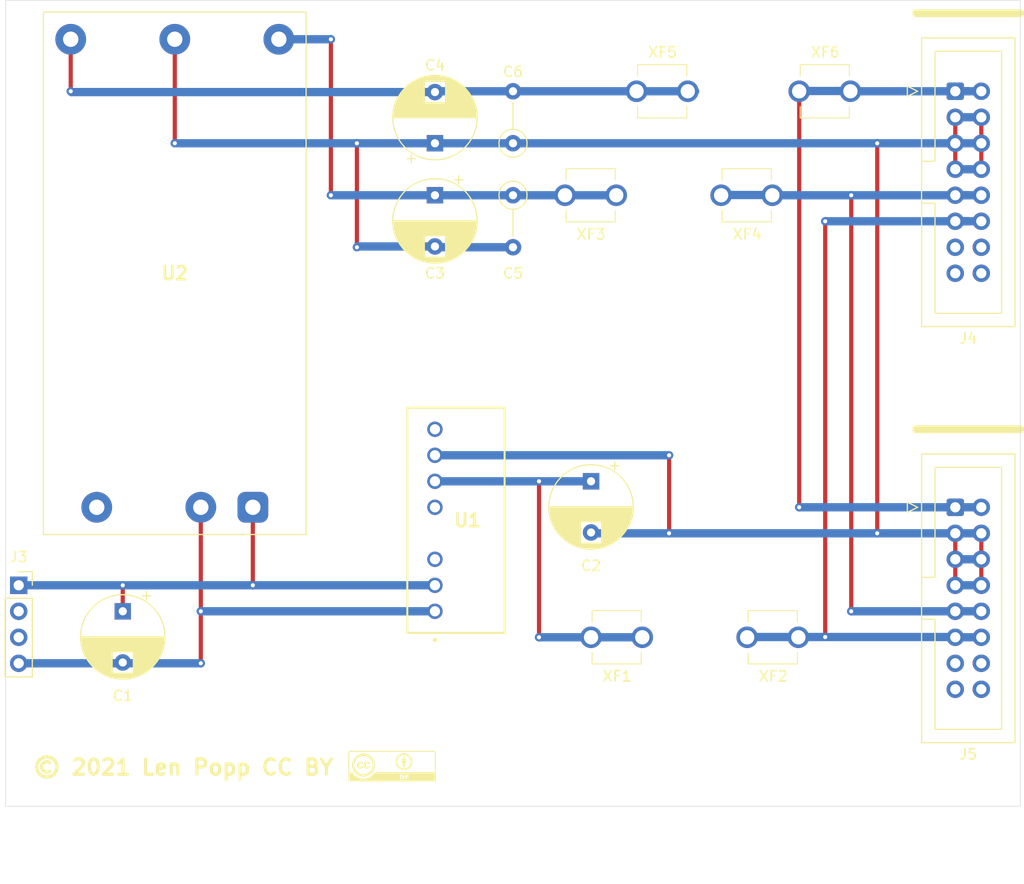
<source format=kicad_pcb>
(kicad_pcb (version 20171130) (host pcbnew "(5.1.10)-1")

  (general
    (thickness 1.6)
    (drawings 6)
    (tracks 107)
    (zones 0)
    (modules 18)
    (nets 24)
  )

  (page A4)
  (title_block
    (title "Eurorack Power Supply")
    (date 2021-12-07)
    (rev 1.1)
    (company "Len Popp")
    (comment 1 "Copyright © 2021 Len Popp CC BY")
    (comment 2 "Power supply with outputs +12 VDC, -12 VDC (1 A), +5 VDC (400 mA)")
    (comment 3 "Stripboard Layout")
    (comment 4 COMPLETED)
  )

  (layers
    (0 F.Cu signal)
    (31 B.Cu signal)
    (32 B.Adhes user)
    (33 F.Adhes user)
    (34 B.Paste user)
    (35 F.Paste user)
    (36 B.SilkS user)
    (37 F.SilkS user)
    (38 B.Mask user)
    (39 F.Mask user)
    (40 Dwgs.User user)
    (41 Cmts.User user)
    (42 Eco1.User user)
    (43 Eco2.User user)
    (44 Edge.Cuts user)
    (45 Margin user)
    (46 B.CrtYd user)
    (47 F.CrtYd user)
    (48 B.Fab user hide)
    (49 F.Fab user hide)
  )

  (setup
    (last_trace_width 0.25)
    (user_trace_width 0.4064)
    (user_trace_width 0.8128)
    (trace_clearance 0.2)
    (zone_clearance 0.508)
    (zone_45_only no)
    (trace_min 0.2)
    (via_size 0.8)
    (via_drill 0.4)
    (via_min_size 0.4)
    (via_min_drill 0.3)
    (uvia_size 0.3)
    (uvia_drill 0.1)
    (uvias_allowed no)
    (uvia_min_size 0.2)
    (uvia_min_drill 0.1)
    (edge_width 0.05)
    (segment_width 0.2)
    (pcb_text_width 0.3)
    (pcb_text_size 1.5 1.5)
    (mod_edge_width 0.12)
    (mod_text_size 1 1)
    (mod_text_width 0.15)
    (pad_size 1.524 1.524)
    (pad_drill 0.762)
    (pad_to_mask_clearance 0)
    (aux_axis_origin 0 0)
    (visible_elements 7FFDFF7F)
    (pcbplotparams
      (layerselection 0x010fc_ffffffff)
      (usegerberextensions false)
      (usegerberattributes true)
      (usegerberadvancedattributes true)
      (creategerberjobfile true)
      (excludeedgelayer true)
      (linewidth 0.100000)
      (plotframeref false)
      (viasonmask false)
      (mode 1)
      (useauxorigin false)
      (hpglpennumber 1)
      (hpglpenspeed 20)
      (hpglpendiameter 15.000000)
      (psnegative false)
      (psa4output false)
      (plotreference true)
      (plotvalue true)
      (plotinvisibletext false)
      (padsonsilk false)
      (subtractmaskfromsilk false)
      (outputformat 1)
      (mirror false)
      (drillshape 0)
      (scaleselection 1)
      (outputdirectory ""))
  )

  (net 0 "")
  (net 1 "Net-(C1-Pad1)")
  (net 2 GND)
  (net 3 +5V)
  (net 4 +12V)
  (net 5 -12V)
  (net 6 "Net-(J5-Pad13)")
  (net 7 "Net-(J5-Pad15)")
  (net 8 "Net-(J5-Pad14)")
  (net 9 "Net-(J5-Pad16)")
  (net 10 "Net-(C2-Pad1)")
  (net 11 "Net-(C3-Pad1)")
  (net 12 "Net-(C4-Pad2)")
  (net 13 "Net-(J3-Pad3)")
  (net 14 "Net-(J3-Pad2)")
  (net 15 "Net-(J4-Pad13)")
  (net 16 "Net-(J4-Pad15)")
  (net 17 "Net-(J4-Pad14)")
  (net 18 "Net-(J4-Pad16)")
  (net 19 "Net-(C1-Pad2)")
  (net 20 "Net-(U1-Pad3)")
  (net 21 "Net-(U1-Pad5)")
  (net 22 "Net-(U1-Pad8)")
  (net 23 "Net-(U2-Pad3)")

  (net_class Default "This is the default net class."
    (clearance 0.2)
    (trace_width 0.25)
    (via_dia 0.8)
    (via_drill 0.4)
    (uvia_dia 0.3)
    (uvia_drill 0.1)
    (add_net +12V)
    (add_net +5V)
    (add_net -12V)
    (add_net GND)
    (add_net "Net-(C1-Pad1)")
    (add_net "Net-(C1-Pad2)")
    (add_net "Net-(C2-Pad1)")
    (add_net "Net-(C3-Pad1)")
    (add_net "Net-(C4-Pad2)")
    (add_net "Net-(J3-Pad2)")
    (add_net "Net-(J3-Pad3)")
    (add_net "Net-(J4-Pad13)")
    (add_net "Net-(J4-Pad14)")
    (add_net "Net-(J4-Pad15)")
    (add_net "Net-(J4-Pad16)")
    (add_net "Net-(J5-Pad13)")
    (add_net "Net-(J5-Pad14)")
    (add_net "Net-(J5-Pad15)")
    (add_net "Net-(J5-Pad16)")
    (add_net "Net-(U1-Pad3)")
    (add_net "Net-(U1-Pad5)")
    (add_net "Net-(U1-Pad8)")
    (add_net "Net-(U2-Pad3)")
  )

  (module -lmp-misc:Logo_CC_BY (layer F.Cu) (tedit 0) (tstamp 60F27BE6)
    (at 163.449 124.333)
    (path /60BD4DF8)
    (fp_text reference G2 (at 0 0) (layer F.SilkS) hide
      (effects (font (size 1.524 1.524) (thickness 0.3)))
    )
    (fp_text value Logo_CC_BY (at 0.75 0) (layer F.SilkS) hide
      (effects (font (size 1.524 1.524) (thickness 0.3)))
    )
    (fp_poly (pts (xy 1.198591 -0.946718) (xy 1.24453 -0.917911) (xy 1.27384 -0.871061) (xy 1.277828 -0.813909)
      (xy 1.259491 -0.769726) (xy 1.210366 -0.728824) (xy 1.146002 -0.723246) (xy 1.095375 -0.742529)
      (xy 1.066734 -0.780694) (xy 1.059449 -0.837345) (xy 1.073909 -0.894193) (xy 1.091595 -0.919238)
      (xy 1.144715 -0.94974) (xy 1.198591 -0.946718)) (layer F.SilkS) (width 0.01))
    (fp_poly (pts (xy 1.265371 -0.674893) (xy 1.332164 -0.667029) (xy 1.368521 -0.652922) (xy 1.374168 -0.64759)
      (xy 1.387404 -0.607674) (xy 1.393405 -0.532293) (xy 1.392634 -0.451798) (xy 1.388574 -0.368274)
      (xy 1.382243 -0.318048) (xy 1.370829 -0.292085) (xy 1.351516 -0.281354) (xy 1.338791 -0.278986)
      (xy 1.316623 -0.273497) (xy 1.302673 -0.259195) (xy 1.295045 -0.227858) (xy 1.291842 -0.171267)
      (xy 1.291168 -0.081201) (xy 1.291166 -0.072611) (xy 1.291166 0.127) (xy 1.037166 0.127)
      (xy 1.037166 -0.072611) (xy 1.036608 -0.165606) (xy 1.033668 -0.224491) (xy 1.02645 -0.257486)
      (xy 1.013056 -0.272812) (xy 0.991591 -0.278688) (xy 0.989541 -0.278986) (xy 0.964679 -0.286104)
      (xy 0.949697 -0.304969) (xy 0.941426 -0.345002) (xy 0.936694 -0.415619) (xy 0.935704 -0.438879)
      (xy 0.933742 -0.541942) (xy 0.942403 -0.610052) (xy 0.96854 -0.650424) (xy 1.01901 -0.670269)
      (xy 1.100668 -0.676801) (xy 1.162319 -0.677333) (xy 1.265371 -0.674893)) (layer F.SilkS) (width 0.01))
    (fp_poly (pts (xy -2.39168 -0.425061) (xy -2.365422 -0.419864) (xy -2.306453 -0.398275) (xy -2.24476 -0.363217)
      (xy -2.192613 -0.323291) (xy -2.162283 -0.287101) (xy -2.159 -0.275127) (xy -2.176157 -0.258362)
      (xy -2.218635 -0.2336) (xy -2.231009 -0.227502) (xy -2.279889 -0.206692) (xy -2.308737 -0.20668)
      (xy -2.334969 -0.228531) (xy -2.340123 -0.234165) (xy -2.393198 -0.266129) (xy -2.45973 -0.274255)
      (xy -2.512218 -0.258537) (xy -2.546037 -0.216053) (xy -2.568158 -0.147925) (xy -2.574311 -0.070185)
      (xy -2.570997 -0.037874) (xy -2.542321 0.039667) (xy -2.492697 0.087999) (xy -2.430625 0.10356)
      (xy -2.364608 0.082791) (xy -2.335818 0.060589) (xy -2.297118 0.030981) (xy -2.260723 0.028782)
      (xy -2.223329 0.04199) (xy -2.176133 0.065406) (xy -2.163143 0.089267) (xy -2.183198 0.124379)
      (xy -2.211106 0.155875) (xy -2.296435 0.218831) (xy -2.399927 0.251253) (xy -2.508693 0.251377)
      (xy -2.609839 0.217439) (xy -2.619569 0.211781) (xy -2.700833 0.14597) (xy -2.749326 0.06404)
      (xy -2.768556 -0.041501) (xy -2.76827 -0.105949) (xy -2.745638 -0.232547) (xy -2.693649 -0.330106)
      (xy -2.615317 -0.396277) (xy -2.513656 -0.428712) (xy -2.39168 -0.425061)) (layer F.SilkS) (width 0.01))
    (fp_poly (pts (xy -3.02103 -0.424598) (xy -2.91672 -0.387702) (xy -2.880305 -0.364287) (xy -2.831233 -0.316441)
      (xy -2.82357 -0.27634) (xy -2.857298 -0.243) (xy -2.878228 -0.233015) (xy -2.927801 -0.217368)
      (xy -2.96114 -0.224786) (xy -2.981416 -0.240625) (xy -3.034554 -0.267504) (xy -3.099006 -0.273562)
      (xy -3.155714 -0.258594) (xy -3.175583 -0.242714) (xy -3.193774 -0.202761) (xy -3.208244 -0.139832)
      (xy -3.212007 -0.110423) (xy -3.207041 -0.017637) (xy -3.176589 0.051636) (xy -3.126708 0.092927)
      (xy -3.063452 0.101769) (xy -2.992878 0.073694) (xy -2.977533 0.062563) (xy -2.937359 0.035025)
      (xy -2.905035 0.032112) (xy -2.858844 0.052225) (xy -2.856122 0.053629) (xy -2.789721 0.087967)
      (xy -2.839486 0.141245) (xy -2.933756 0.213414) (xy -3.043435 0.250287) (xy -3.158803 0.250035)
      (xy -3.254244 0.219188) (xy -3.333304 0.158345) (xy -3.387757 0.072069) (xy -3.416357 -0.029772)
      (xy -3.417861 -0.13731) (xy -3.391023 -0.240675) (xy -3.334599 -0.329998) (xy -3.324795 -0.340295)
      (xy -3.236756 -0.400263) (xy -3.131605 -0.428574) (xy -3.02103 -0.424598)) (layer F.SilkS) (width 0.01))
    (fp_poly (pts (xy 1.377307 -1.219627) (xy 1.537281 -1.160105) (xy 1.682469 -1.068615) (xy 1.807111 -0.946685)
      (xy 1.905443 -0.795844) (xy 1.909413 -0.787882) (xy 1.940321 -0.722465) (xy 1.960425 -0.668687)
      (xy 1.972035 -0.614111) (xy 1.977464 -0.5463) (xy 1.979023 -0.452817) (xy 1.979083 -0.413084)
      (xy 1.977975 -0.304751) (xy 1.973402 -0.226714) (xy 1.963487 -0.166965) (xy 1.946354 -0.113498)
      (xy 1.924445 -0.06345) (xy 1.831411 0.086953) (xy 1.708237 0.212584) (xy 1.561218 0.310224)
      (xy 1.396648 0.376655) (xy 1.220825 0.408659) (xy 1.040042 0.403016) (xy 1.018548 0.399695)
      (xy 0.861591 0.353137) (xy 0.711567 0.270809) (xy 0.576827 0.159249) (xy 0.465722 0.024998)
      (xy 0.405977 -0.080051) (xy 0.378882 -0.143162) (xy 0.361991 -0.200848) (xy 0.352996 -0.266663)
      (xy 0.349584 -0.354157) (xy 0.349386 -0.38893) (xy 0.500593 -0.38893) (xy 0.510606 -0.302508)
      (xy 0.536592 -0.193771) (xy 0.574165 -0.106276) (xy 0.63213 -0.022779) (xy 0.683322 0.035796)
      (xy 0.81069 0.145244) (xy 0.953839 0.216764) (xy 1.108269 0.249085) (xy 1.269476 0.24094)
      (xy 1.34649 0.222717) (xy 1.49922 0.157615) (xy 1.625396 0.064388) (xy 1.723417 -0.051265)
      (xy 1.791679 -0.183645) (xy 1.828583 -0.327053) (xy 1.832525 -0.475789) (xy 1.801903 -0.624155)
      (xy 1.735117 -0.766451) (xy 1.654299 -0.872386) (xy 1.547984 -0.968323) (xy 1.43207 -1.031456)
      (xy 1.296278 -1.066311) (xy 1.191868 -1.075973) (xy 1.097105 -1.078188) (xy 1.028028 -1.072995)
      (xy 0.96827 -1.05784) (xy 0.902986 -1.030864) (xy 0.760552 -0.944352) (xy 0.645883 -0.830942)
      (xy 0.562193 -0.696593) (xy 0.512692 -0.547269) (xy 0.500593 -0.38893) (xy 0.349386 -0.38893)
      (xy 0.34925 -0.41275) (xy 0.350641 -0.516588) (xy 0.356385 -0.591778) (xy 0.368837 -0.651959)
      (xy 0.39035 -0.710769) (xy 0.407119 -0.747943) (xy 0.489615 -0.895944) (xy 0.586193 -1.012456)
      (xy 0.704778 -1.107466) (xy 0.866283 -1.1911) (xy 1.036047 -1.236653) (xy 1.208308 -1.245652)
      (xy 1.377307 -1.219627)) (layer F.SilkS) (width 0.01))
    (fp_poly (pts (xy -2.563057 -1.182731) (xy -2.361828 -1.123237) (xy -2.176836 -1.028043) (xy -2.012387 -0.898954)
      (xy -1.872787 -0.737776) (xy -1.851627 -0.706999) (xy -1.760969 -0.533924) (xy -1.702324 -0.341508)
      (xy -1.676332 -0.138827) (xy -1.683633 0.065038) (xy -1.724866 0.261008) (xy -1.774419 0.38896)
      (xy -1.88282 0.569588) (xy -2.02332 0.726553) (xy -2.190308 0.855437) (xy -2.378175 0.951818)
      (xy -2.558393 1.006682) (xy -2.661676 1.025313) (xy -2.752778 1.032549) (xy -2.849774 1.028779)
      (xy -2.963334 1.015429) (xy -3.161479 0.968309) (xy -3.342295 0.883698) (xy -3.50892 0.760016)
      (xy -3.553297 0.718328) (xy -3.700506 0.54945) (xy -3.806929 0.371404) (xy -3.873687 0.181037)
      (xy -3.901084 -0.018874) (xy -3.687783 -0.018874) (xy -3.657491 0.157882) (xy -3.6048 0.296334)
      (xy -3.539895 0.400636) (xy -3.448266 0.509609) (xy -3.342045 0.611122) (xy -3.233365 0.693046)
      (xy -3.174437 0.726586) (xy -3.01123 0.784497) (xy -2.833345 0.810389) (xy -2.655039 0.803099)
      (xy -2.54 0.778349) (xy -2.383548 0.714064) (xy -2.23681 0.620867) (xy -2.110085 0.506773)
      (xy -2.013669 0.379796) (xy -2.002272 0.359795) (xy -1.926639 0.181924) (xy -1.889736 0.003553)
      (xy -1.888625 -0.171489) (xy -1.920364 -0.339374) (xy -1.982014 -0.496271) (xy -2.070635 -0.638352)
      (xy -2.183288 -0.761788) (xy -2.317032 -0.862749) (xy -2.468928 -0.937407) (xy -2.636035 -0.981932)
      (xy -2.815414 -0.992496) (xy -3.004125 -0.965269) (xy -3.017095 -0.961982) (xy -3.18983 -0.896576)
      (xy -3.341128 -0.799061) (xy -3.468467 -0.674837) (xy -3.569325 -0.529307) (xy -3.641178 -0.367869)
      (xy -3.681505 -0.195924) (xy -3.687783 -0.018874) (xy -3.901084 -0.018874) (xy -3.901897 -0.024804)
      (xy -3.89365 -0.240822) (xy -3.851504 -0.433215) (xy -3.772288 -0.615301) (xy -3.660959 -0.781846)
      (xy -3.522476 -0.927617) (xy -3.361796 -1.047378) (xy -3.183877 -1.135898) (xy -2.996996 -1.187388)
      (xy -2.776215 -1.204716) (xy -2.563057 -1.182731)) (layer F.SilkS) (width 0.01))
    (fp_poly (pts (xy 1.008624 0.933911) (xy 1.031746 0.945922) (xy 1.03403 0.973783) (xy 1.033347 0.978959)
      (xy 1.019822 1.01226) (xy 0.983682 1.028491) (xy 0.947208 1.033153) (xy 0.895209 1.034637)
      (xy 0.872834 1.022459) (xy 0.867847 0.98928) (xy 0.867833 0.985528) (xy 0.872155 0.95086)
      (xy 0.893029 0.935299) (xy 0.942319 0.931379) (xy 0.953972 0.931334) (xy 1.008624 0.933911)) (layer F.SilkS) (width 0.01))
    (fp_poly (pts (xy 1.007728 1.10891) (xy 1.049387 1.134554) (xy 1.058333 1.165687) (xy 1.039922 1.20516)
      (xy 0.995527 1.235496) (xy 0.941409 1.250332) (xy 0.893826 1.243305) (xy 0.881944 1.234722)
      (xy 0.871604 1.205116) (xy 0.867833 1.160639) (xy 0.873749 1.117666) (xy 0.900438 1.102183)
      (xy 0.929602 1.100667) (xy 1.007728 1.10891)) (layer F.SilkS) (width 0.01))
    (fp_poly (pts (xy 4.22386 -1.429564) (xy 4.275963 -1.377461) (xy 4.270523 0.057395) (xy 4.265083 1.49225)
      (xy 0.019454 1.497593) (xy -0.401443 1.498054) (xy -0.811056 1.498365) (xy -1.207377 1.498531)
      (xy -1.588395 1.498556) (xy -1.952102 1.498445) (xy -2.296486 1.498202) (xy -2.619538 1.49783)
      (xy -2.919248 1.497335) (xy -3.193607 1.496719) (xy -3.440605 1.495988) (xy -3.658231 1.495145)
      (xy -3.844477 1.494195) (xy -3.997332 1.493142) (xy -4.114786 1.491989) (xy -4.19483 1.490742)
      (xy -4.235454 1.489404) (xy -4.240338 1.488774) (xy -4.242738 1.465738) (xy -4.24501 1.403866)
      (xy -4.24712 1.306657) (xy -4.249033 1.17761) (xy -4.250715 1.020222) (xy -4.252132 0.837992)
      (xy -4.253248 0.634417) (xy -4.25403 0.412996) (xy -4.254443 0.177227) (xy -4.2545 0.048427)
      (xy -4.2545 -0.366183) (xy -4.169834 -0.366183) (xy -4.169834 0.613834) (xy -4.026959 0.614379)
      (xy -3.884084 0.614925) (xy -3.812144 0.720966) (xy -3.692651 0.864995) (xy -3.542152 0.996181)
      (xy -3.371665 1.106777) (xy -3.192209 1.189035) (xy -3.108881 1.21544) (xy -2.997957 1.235421)
      (xy -2.862492 1.245246) (xy -2.719048 1.244881) (xy -2.584188 1.234297) (xy -2.486239 1.216626)
      (xy -2.272603 1.14063) (xy -2.076159 1.027636) (xy -1.902364 0.881322) (xy -1.872569 0.846667)
      (xy 0.783166 0.846667) (xy 0.783166 1.312334) (xy 0.917895 1.312334) (xy 1.004895 1.308401)
      (xy 1.064225 1.294438) (xy 1.108395 1.268464) (xy 1.153631 1.212561) (xy 1.16015 1.151895)
      (xy 1.127249 1.095152) (xy 1.122761 1.090924) (xy 1.095408 1.06005) (xy 1.100119 1.036022)
      (xy 1.112178 1.022631) (xy 1.140542 0.973664) (xy 1.127789 0.922153) (xy 1.100666 0.889)
      (xy 1.066252 0.864363) (xy 1.017466 0.851272) (xy 0.941826 0.846789) (xy 0.92075 0.846667)
      (xy 1.185789 0.846667) (xy 1.270228 0.984623) (xy 1.319 1.071602) (xy 1.345387 1.140404)
      (xy 1.354475 1.205058) (xy 1.354666 1.217456) (xy 1.35688 1.276088) (xy 1.367744 1.303811)
      (xy 1.393598 1.311987) (xy 1.407583 1.312334) (xy 1.440934 1.308067) (xy 1.456279 1.287521)
      (xy 1.460461 1.23908) (xy 1.460563 1.222375) (xy 1.468744 1.154833) (xy 1.496329 1.080912)
      (xy 1.543713 0.994834) (xy 1.585033 0.925149) (xy 1.606079 0.883515) (xy 1.608913 0.86202)
      (xy 1.595597 0.852753) (xy 1.581496 0.849898) (xy 1.555171 0.849042) (xy 1.530909 0.860656)
      (xy 1.501095 0.89146) (xy 1.45812 0.948175) (xy 1.437195 0.977303) (xy 1.403307 1.024763)
      (xy 1.352528 0.935878) (xy 1.314063 0.878532) (xy 1.2778 0.852038) (xy 1.243769 0.84683)
      (xy 1.185789 0.846667) (xy 0.92075 0.846667) (xy 0.783166 0.846667) (xy -1.872569 0.846667)
      (xy -1.783802 0.743422) (xy -1.68774 0.613834) (xy 4.191 0.613834) (xy 4.191 -0.366183)
      (xy 4.190708 -0.611968) (xy 4.18979 -0.818065) (xy 4.188178 -0.987114) (xy 4.185805 -1.121755)
      (xy 4.182605 -1.224631) (xy 4.178511 -1.298382) (xy 4.173457 -1.345649) (xy 4.167375 -1.369072)
      (xy 4.165599 -1.3716) (xy 4.141594 -1.374757) (xy 4.07774 -1.377723) (xy 3.97652 -1.380499)
      (xy 3.840418 -1.383084) (xy 3.671917 -1.385478) (xy 3.473502 -1.387681) (xy 3.247656 -1.389693)
      (xy 2.996862 -1.391514) (xy 2.723604 -1.393145) (xy 2.430367 -1.394585) (xy 2.119632 -1.395834)
      (xy 1.793885 -1.396892) (xy 1.455608 -1.397759) (xy 1.107285 -1.398435) (xy 0.751401 -1.398921)
      (xy 0.390438 -1.399216) (xy 0.02688 -1.39932) (xy -0.336789 -1.399233) (xy -0.698086 -1.398955)
      (xy -1.054526 -1.398487) (xy -1.403627 -1.397827) (xy -1.742905 -1.396977) (xy -2.069875 -1.395936)
      (xy -2.382055 -1.394704) (xy -2.676961 -1.393282) (xy -2.952109 -1.391668) (xy -3.205015 -1.389864)
      (xy -3.433196 -1.387869) (xy -3.634169 -1.385683) (xy -3.805449 -1.383306) (xy -3.944553 -1.380738)
      (xy -4.048998 -1.37798) (xy -4.116299 -1.37503) (xy -4.143973 -1.37189) (xy -4.144434 -1.3716)
      (xy -4.150797 -1.353998) (xy -4.156114 -1.313246) (xy -4.160454 -1.246703) (xy -4.163882 -1.151728)
      (xy -4.166465 -1.025681) (xy -4.168271 -0.865919) (xy -4.169365 -0.669804) (xy -4.169814 -0.434693)
      (xy -4.169834 -0.366183) (xy -4.2545 -0.366183) (xy -4.2545 -1.377757) (xy -4.202546 -1.429712)
      (xy -4.150591 -1.481666) (xy 4.171757 -1.481666) (xy 4.22386 -1.429564)) (layer F.SilkS) (width 0.01))
  )

  (module -lmp-stripboard:SB_Gen_2 (layer F.Cu) (tedit 60BE3AF1) (tstamp 60FBE8BC)
    (at 175.26 63.5 90)
    (descr "Stripboard, span 2 rows")
    (tags Stripboard)
    (path /6101AE4D)
    (fp_text reference C6 (at 6.985 0 180) (layer F.SilkS)
      (effects (font (size 1 1) (thickness 0.15)))
    )
    (fp_text value 100N (at 2.54 2.37 90) (layer F.Fab)
      (effects (font (size 1 1) (thickness 0.15)))
    )
    (fp_circle (center 0 0) (end 1.25 0) (layer F.Fab) (width 0.1))
    (fp_circle (center 0 0) (end 1.37 0) (layer F.SilkS) (width 0.12))
    (fp_line (start 0 0) (end 5.08 0) (layer F.Fab) (width 0.1))
    (fp_line (start 1.37 0) (end 3.98 0) (layer F.SilkS) (width 0.12))
    (fp_line (start -1.5 -1.5) (end -1.5 1.5) (layer F.CrtYd) (width 0.05))
    (fp_line (start -1.5 1.5) (end 6.13 1.5) (layer F.CrtYd) (width 0.05))
    (fp_line (start 6.13 1.5) (end 6.13 -1.5) (layer F.CrtYd) (width 0.05))
    (fp_line (start 6.13 -1.5) (end -1.5 -1.5) (layer F.CrtYd) (width 0.05))
    (fp_text user %R (at 2.54 -2.37 90) (layer F.Fab)
      (effects (font (size 1 1) (thickness 0.15)))
    )
    (pad 1 thru_hole circle (at 0 0 90) (size 1.6 1.6) (drill 0.8) (layers *.Cu *.Mask)
      (net 2 GND))
    (pad 2 thru_hole oval (at 5.08 0 90) (size 1.6 1.6) (drill 0.8) (layers *.Cu *.Mask)
      (net 12 "Net-(C4-Pad2)"))
    (model ${KISYS3DMOD}/Resistor_THT.3dshapes/R_Axial_DIN0207_L6.3mm_D2.5mm_P5.08mm_Vertical.wrl
      (at (xyz 0 0 0))
      (scale (xyz 1 1 1))
      (rotate (xyz 0 0 0))
    )
  )

  (module Capacitor_THT:CP_Radial_D8.0mm_P5.00mm (layer F.Cu) (tedit 5AE50EF0) (tstamp 60FBB6CC)
    (at 167.64 63.5 90)
    (descr "CP, Radial series, Radial, pin pitch=5.00mm, , diameter=8mm, Electrolytic Capacitor")
    (tags "CP Radial series Radial pin pitch 5.00mm  diameter 8mm Electrolytic Capacitor")
    (path /610142B1)
    (fp_text reference C4 (at 7.62 0 180) (layer F.SilkS)
      (effects (font (size 1 1) (thickness 0.15)))
    )
    (fp_text value 220U (at 2.5 5.25 90) (layer F.Fab)
      (effects (font (size 1 1) (thickness 0.15)))
    )
    (fp_line (start -1.509698 -2.715) (end -1.509698 -1.915) (layer F.SilkS) (width 0.12))
    (fp_line (start -1.909698 -2.315) (end -1.109698 -2.315) (layer F.SilkS) (width 0.12))
    (fp_line (start 6.581 -0.533) (end 6.581 0.533) (layer F.SilkS) (width 0.12))
    (fp_line (start 6.541 -0.768) (end 6.541 0.768) (layer F.SilkS) (width 0.12))
    (fp_line (start 6.501 -0.948) (end 6.501 0.948) (layer F.SilkS) (width 0.12))
    (fp_line (start 6.461 -1.098) (end 6.461 1.098) (layer F.SilkS) (width 0.12))
    (fp_line (start 6.421 -1.229) (end 6.421 1.229) (layer F.SilkS) (width 0.12))
    (fp_line (start 6.381 -1.346) (end 6.381 1.346) (layer F.SilkS) (width 0.12))
    (fp_line (start 6.341 -1.453) (end 6.341 1.453) (layer F.SilkS) (width 0.12))
    (fp_line (start 6.301 -1.552) (end 6.301 1.552) (layer F.SilkS) (width 0.12))
    (fp_line (start 6.261 -1.645) (end 6.261 1.645) (layer F.SilkS) (width 0.12))
    (fp_line (start 6.221 -1.731) (end 6.221 1.731) (layer F.SilkS) (width 0.12))
    (fp_line (start 6.181 -1.813) (end 6.181 1.813) (layer F.SilkS) (width 0.12))
    (fp_line (start 6.141 -1.89) (end 6.141 1.89) (layer F.SilkS) (width 0.12))
    (fp_line (start 6.101 -1.964) (end 6.101 1.964) (layer F.SilkS) (width 0.12))
    (fp_line (start 6.061 -2.034) (end 6.061 2.034) (layer F.SilkS) (width 0.12))
    (fp_line (start 6.021 1.04) (end 6.021 2.102) (layer F.SilkS) (width 0.12))
    (fp_line (start 6.021 -2.102) (end 6.021 -1.04) (layer F.SilkS) (width 0.12))
    (fp_line (start 5.981 1.04) (end 5.981 2.166) (layer F.SilkS) (width 0.12))
    (fp_line (start 5.981 -2.166) (end 5.981 -1.04) (layer F.SilkS) (width 0.12))
    (fp_line (start 5.941 1.04) (end 5.941 2.228) (layer F.SilkS) (width 0.12))
    (fp_line (start 5.941 -2.228) (end 5.941 -1.04) (layer F.SilkS) (width 0.12))
    (fp_line (start 5.901 1.04) (end 5.901 2.287) (layer F.SilkS) (width 0.12))
    (fp_line (start 5.901 -2.287) (end 5.901 -1.04) (layer F.SilkS) (width 0.12))
    (fp_line (start 5.861 1.04) (end 5.861 2.345) (layer F.SilkS) (width 0.12))
    (fp_line (start 5.861 -2.345) (end 5.861 -1.04) (layer F.SilkS) (width 0.12))
    (fp_line (start 5.821 1.04) (end 5.821 2.4) (layer F.SilkS) (width 0.12))
    (fp_line (start 5.821 -2.4) (end 5.821 -1.04) (layer F.SilkS) (width 0.12))
    (fp_line (start 5.781 1.04) (end 5.781 2.454) (layer F.SilkS) (width 0.12))
    (fp_line (start 5.781 -2.454) (end 5.781 -1.04) (layer F.SilkS) (width 0.12))
    (fp_line (start 5.741 1.04) (end 5.741 2.505) (layer F.SilkS) (width 0.12))
    (fp_line (start 5.741 -2.505) (end 5.741 -1.04) (layer F.SilkS) (width 0.12))
    (fp_line (start 5.701 1.04) (end 5.701 2.556) (layer F.SilkS) (width 0.12))
    (fp_line (start 5.701 -2.556) (end 5.701 -1.04) (layer F.SilkS) (width 0.12))
    (fp_line (start 5.661 1.04) (end 5.661 2.604) (layer F.SilkS) (width 0.12))
    (fp_line (start 5.661 -2.604) (end 5.661 -1.04) (layer F.SilkS) (width 0.12))
    (fp_line (start 5.621 1.04) (end 5.621 2.651) (layer F.SilkS) (width 0.12))
    (fp_line (start 5.621 -2.651) (end 5.621 -1.04) (layer F.SilkS) (width 0.12))
    (fp_line (start 5.581 1.04) (end 5.581 2.697) (layer F.SilkS) (width 0.12))
    (fp_line (start 5.581 -2.697) (end 5.581 -1.04) (layer F.SilkS) (width 0.12))
    (fp_line (start 5.541 1.04) (end 5.541 2.741) (layer F.SilkS) (width 0.12))
    (fp_line (start 5.541 -2.741) (end 5.541 -1.04) (layer F.SilkS) (width 0.12))
    (fp_line (start 5.501 1.04) (end 5.501 2.784) (layer F.SilkS) (width 0.12))
    (fp_line (start 5.501 -2.784) (end 5.501 -1.04) (layer F.SilkS) (width 0.12))
    (fp_line (start 5.461 1.04) (end 5.461 2.826) (layer F.SilkS) (width 0.12))
    (fp_line (start 5.461 -2.826) (end 5.461 -1.04) (layer F.SilkS) (width 0.12))
    (fp_line (start 5.421 1.04) (end 5.421 2.867) (layer F.SilkS) (width 0.12))
    (fp_line (start 5.421 -2.867) (end 5.421 -1.04) (layer F.SilkS) (width 0.12))
    (fp_line (start 5.381 1.04) (end 5.381 2.907) (layer F.SilkS) (width 0.12))
    (fp_line (start 5.381 -2.907) (end 5.381 -1.04) (layer F.SilkS) (width 0.12))
    (fp_line (start 5.341 1.04) (end 5.341 2.945) (layer F.SilkS) (width 0.12))
    (fp_line (start 5.341 -2.945) (end 5.341 -1.04) (layer F.SilkS) (width 0.12))
    (fp_line (start 5.301 1.04) (end 5.301 2.983) (layer F.SilkS) (width 0.12))
    (fp_line (start 5.301 -2.983) (end 5.301 -1.04) (layer F.SilkS) (width 0.12))
    (fp_line (start 5.261 1.04) (end 5.261 3.019) (layer F.SilkS) (width 0.12))
    (fp_line (start 5.261 -3.019) (end 5.261 -1.04) (layer F.SilkS) (width 0.12))
    (fp_line (start 5.221 1.04) (end 5.221 3.055) (layer F.SilkS) (width 0.12))
    (fp_line (start 5.221 -3.055) (end 5.221 -1.04) (layer F.SilkS) (width 0.12))
    (fp_line (start 5.181 1.04) (end 5.181 3.09) (layer F.SilkS) (width 0.12))
    (fp_line (start 5.181 -3.09) (end 5.181 -1.04) (layer F.SilkS) (width 0.12))
    (fp_line (start 5.141 1.04) (end 5.141 3.124) (layer F.SilkS) (width 0.12))
    (fp_line (start 5.141 -3.124) (end 5.141 -1.04) (layer F.SilkS) (width 0.12))
    (fp_line (start 5.101 1.04) (end 5.101 3.156) (layer F.SilkS) (width 0.12))
    (fp_line (start 5.101 -3.156) (end 5.101 -1.04) (layer F.SilkS) (width 0.12))
    (fp_line (start 5.061 1.04) (end 5.061 3.189) (layer F.SilkS) (width 0.12))
    (fp_line (start 5.061 -3.189) (end 5.061 -1.04) (layer F.SilkS) (width 0.12))
    (fp_line (start 5.021 1.04) (end 5.021 3.22) (layer F.SilkS) (width 0.12))
    (fp_line (start 5.021 -3.22) (end 5.021 -1.04) (layer F.SilkS) (width 0.12))
    (fp_line (start 4.981 1.04) (end 4.981 3.25) (layer F.SilkS) (width 0.12))
    (fp_line (start 4.981 -3.25) (end 4.981 -1.04) (layer F.SilkS) (width 0.12))
    (fp_line (start 4.941 1.04) (end 4.941 3.28) (layer F.SilkS) (width 0.12))
    (fp_line (start 4.941 -3.28) (end 4.941 -1.04) (layer F.SilkS) (width 0.12))
    (fp_line (start 4.901 1.04) (end 4.901 3.309) (layer F.SilkS) (width 0.12))
    (fp_line (start 4.901 -3.309) (end 4.901 -1.04) (layer F.SilkS) (width 0.12))
    (fp_line (start 4.861 1.04) (end 4.861 3.338) (layer F.SilkS) (width 0.12))
    (fp_line (start 4.861 -3.338) (end 4.861 -1.04) (layer F.SilkS) (width 0.12))
    (fp_line (start 4.821 1.04) (end 4.821 3.365) (layer F.SilkS) (width 0.12))
    (fp_line (start 4.821 -3.365) (end 4.821 -1.04) (layer F.SilkS) (width 0.12))
    (fp_line (start 4.781 1.04) (end 4.781 3.392) (layer F.SilkS) (width 0.12))
    (fp_line (start 4.781 -3.392) (end 4.781 -1.04) (layer F.SilkS) (width 0.12))
    (fp_line (start 4.741 1.04) (end 4.741 3.418) (layer F.SilkS) (width 0.12))
    (fp_line (start 4.741 -3.418) (end 4.741 -1.04) (layer F.SilkS) (width 0.12))
    (fp_line (start 4.701 1.04) (end 4.701 3.444) (layer F.SilkS) (width 0.12))
    (fp_line (start 4.701 -3.444) (end 4.701 -1.04) (layer F.SilkS) (width 0.12))
    (fp_line (start 4.661 1.04) (end 4.661 3.469) (layer F.SilkS) (width 0.12))
    (fp_line (start 4.661 -3.469) (end 4.661 -1.04) (layer F.SilkS) (width 0.12))
    (fp_line (start 4.621 1.04) (end 4.621 3.493) (layer F.SilkS) (width 0.12))
    (fp_line (start 4.621 -3.493) (end 4.621 -1.04) (layer F.SilkS) (width 0.12))
    (fp_line (start 4.581 1.04) (end 4.581 3.517) (layer F.SilkS) (width 0.12))
    (fp_line (start 4.581 -3.517) (end 4.581 -1.04) (layer F.SilkS) (width 0.12))
    (fp_line (start 4.541 1.04) (end 4.541 3.54) (layer F.SilkS) (width 0.12))
    (fp_line (start 4.541 -3.54) (end 4.541 -1.04) (layer F.SilkS) (width 0.12))
    (fp_line (start 4.501 1.04) (end 4.501 3.562) (layer F.SilkS) (width 0.12))
    (fp_line (start 4.501 -3.562) (end 4.501 -1.04) (layer F.SilkS) (width 0.12))
    (fp_line (start 4.461 1.04) (end 4.461 3.584) (layer F.SilkS) (width 0.12))
    (fp_line (start 4.461 -3.584) (end 4.461 -1.04) (layer F.SilkS) (width 0.12))
    (fp_line (start 4.421 1.04) (end 4.421 3.606) (layer F.SilkS) (width 0.12))
    (fp_line (start 4.421 -3.606) (end 4.421 -1.04) (layer F.SilkS) (width 0.12))
    (fp_line (start 4.381 1.04) (end 4.381 3.627) (layer F.SilkS) (width 0.12))
    (fp_line (start 4.381 -3.627) (end 4.381 -1.04) (layer F.SilkS) (width 0.12))
    (fp_line (start 4.341 1.04) (end 4.341 3.647) (layer F.SilkS) (width 0.12))
    (fp_line (start 4.341 -3.647) (end 4.341 -1.04) (layer F.SilkS) (width 0.12))
    (fp_line (start 4.301 1.04) (end 4.301 3.666) (layer F.SilkS) (width 0.12))
    (fp_line (start 4.301 -3.666) (end 4.301 -1.04) (layer F.SilkS) (width 0.12))
    (fp_line (start 4.261 1.04) (end 4.261 3.686) (layer F.SilkS) (width 0.12))
    (fp_line (start 4.261 -3.686) (end 4.261 -1.04) (layer F.SilkS) (width 0.12))
    (fp_line (start 4.221 1.04) (end 4.221 3.704) (layer F.SilkS) (width 0.12))
    (fp_line (start 4.221 -3.704) (end 4.221 -1.04) (layer F.SilkS) (width 0.12))
    (fp_line (start 4.181 1.04) (end 4.181 3.722) (layer F.SilkS) (width 0.12))
    (fp_line (start 4.181 -3.722) (end 4.181 -1.04) (layer F.SilkS) (width 0.12))
    (fp_line (start 4.141 1.04) (end 4.141 3.74) (layer F.SilkS) (width 0.12))
    (fp_line (start 4.141 -3.74) (end 4.141 -1.04) (layer F.SilkS) (width 0.12))
    (fp_line (start 4.101 1.04) (end 4.101 3.757) (layer F.SilkS) (width 0.12))
    (fp_line (start 4.101 -3.757) (end 4.101 -1.04) (layer F.SilkS) (width 0.12))
    (fp_line (start 4.061 1.04) (end 4.061 3.774) (layer F.SilkS) (width 0.12))
    (fp_line (start 4.061 -3.774) (end 4.061 -1.04) (layer F.SilkS) (width 0.12))
    (fp_line (start 4.021 1.04) (end 4.021 3.79) (layer F.SilkS) (width 0.12))
    (fp_line (start 4.021 -3.79) (end 4.021 -1.04) (layer F.SilkS) (width 0.12))
    (fp_line (start 3.981 1.04) (end 3.981 3.805) (layer F.SilkS) (width 0.12))
    (fp_line (start 3.981 -3.805) (end 3.981 -1.04) (layer F.SilkS) (width 0.12))
    (fp_line (start 3.941 -3.821) (end 3.941 3.821) (layer F.SilkS) (width 0.12))
    (fp_line (start 3.901 -3.835) (end 3.901 3.835) (layer F.SilkS) (width 0.12))
    (fp_line (start 3.861 -3.85) (end 3.861 3.85) (layer F.SilkS) (width 0.12))
    (fp_line (start 3.821 -3.863) (end 3.821 3.863) (layer F.SilkS) (width 0.12))
    (fp_line (start 3.781 -3.877) (end 3.781 3.877) (layer F.SilkS) (width 0.12))
    (fp_line (start 3.741 -3.889) (end 3.741 3.889) (layer F.SilkS) (width 0.12))
    (fp_line (start 3.701 -3.902) (end 3.701 3.902) (layer F.SilkS) (width 0.12))
    (fp_line (start 3.661 -3.914) (end 3.661 3.914) (layer F.SilkS) (width 0.12))
    (fp_line (start 3.621 -3.925) (end 3.621 3.925) (layer F.SilkS) (width 0.12))
    (fp_line (start 3.581 -3.936) (end 3.581 3.936) (layer F.SilkS) (width 0.12))
    (fp_line (start 3.541 -3.947) (end 3.541 3.947) (layer F.SilkS) (width 0.12))
    (fp_line (start 3.501 -3.957) (end 3.501 3.957) (layer F.SilkS) (width 0.12))
    (fp_line (start 3.461 -3.967) (end 3.461 3.967) (layer F.SilkS) (width 0.12))
    (fp_line (start 3.421 -3.976) (end 3.421 3.976) (layer F.SilkS) (width 0.12))
    (fp_line (start 3.381 -3.985) (end 3.381 3.985) (layer F.SilkS) (width 0.12))
    (fp_line (start 3.341 -3.994) (end 3.341 3.994) (layer F.SilkS) (width 0.12))
    (fp_line (start 3.301 -4.002) (end 3.301 4.002) (layer F.SilkS) (width 0.12))
    (fp_line (start 3.261 -4.01) (end 3.261 4.01) (layer F.SilkS) (width 0.12))
    (fp_line (start 3.221 -4.017) (end 3.221 4.017) (layer F.SilkS) (width 0.12))
    (fp_line (start 3.18 -4.024) (end 3.18 4.024) (layer F.SilkS) (width 0.12))
    (fp_line (start 3.14 -4.03) (end 3.14 4.03) (layer F.SilkS) (width 0.12))
    (fp_line (start 3.1 -4.037) (end 3.1 4.037) (layer F.SilkS) (width 0.12))
    (fp_line (start 3.06 -4.042) (end 3.06 4.042) (layer F.SilkS) (width 0.12))
    (fp_line (start 3.02 -4.048) (end 3.02 4.048) (layer F.SilkS) (width 0.12))
    (fp_line (start 2.98 -4.052) (end 2.98 4.052) (layer F.SilkS) (width 0.12))
    (fp_line (start 2.94 -4.057) (end 2.94 4.057) (layer F.SilkS) (width 0.12))
    (fp_line (start 2.9 -4.061) (end 2.9 4.061) (layer F.SilkS) (width 0.12))
    (fp_line (start 2.86 -4.065) (end 2.86 4.065) (layer F.SilkS) (width 0.12))
    (fp_line (start 2.82 -4.068) (end 2.82 4.068) (layer F.SilkS) (width 0.12))
    (fp_line (start 2.78 -4.071) (end 2.78 4.071) (layer F.SilkS) (width 0.12))
    (fp_line (start 2.74 -4.074) (end 2.74 4.074) (layer F.SilkS) (width 0.12))
    (fp_line (start 2.7 -4.076) (end 2.7 4.076) (layer F.SilkS) (width 0.12))
    (fp_line (start 2.66 -4.077) (end 2.66 4.077) (layer F.SilkS) (width 0.12))
    (fp_line (start 2.62 -4.079) (end 2.62 4.079) (layer F.SilkS) (width 0.12))
    (fp_line (start 2.58 -4.08) (end 2.58 4.08) (layer F.SilkS) (width 0.12))
    (fp_line (start 2.54 -4.08) (end 2.54 4.08) (layer F.SilkS) (width 0.12))
    (fp_line (start 2.5 -4.08) (end 2.5 4.08) (layer F.SilkS) (width 0.12))
    (fp_line (start -0.526759 -2.1475) (end -0.526759 -1.3475) (layer F.Fab) (width 0.1))
    (fp_line (start -0.926759 -1.7475) (end -0.126759 -1.7475) (layer F.Fab) (width 0.1))
    (fp_circle (center 2.5 0) (end 6.75 0) (layer F.CrtYd) (width 0.05))
    (fp_circle (center 2.5 0) (end 6.62 0) (layer F.SilkS) (width 0.12))
    (fp_circle (center 2.5 0) (end 6.5 0) (layer F.Fab) (width 0.1))
    (fp_text user %R (at 2.5 0 90) (layer F.Fab)
      (effects (font (size 1 1) (thickness 0.15)))
    )
    (pad 1 thru_hole rect (at 0 0 90) (size 1.6 1.6) (drill 0.8) (layers *.Cu *.Mask)
      (net 2 GND))
    (pad 2 thru_hole circle (at 5 0 90) (size 1.6 1.6) (drill 0.8) (layers *.Cu *.Mask)
      (net 12 "Net-(C4-Pad2)"))
    (model ${KISYS3DMOD}/Capacitor_THT.3dshapes/CP_Radial_D8.0mm_P5.00mm.wrl
      (at (xyz 0 0 0))
      (scale (xyz 1 1 1))
      (rotate (xyz 0 0 0))
    )
  )

  (module Capacitor_THT:CP_Radial_D8.0mm_P5.00mm (layer F.Cu) (tedit 5AE50EF0) (tstamp 60FBBF74)
    (at 167.64 68.58 270)
    (descr "CP, Radial series, Radial, pin pitch=5.00mm, , diameter=8mm, Electrolytic Capacitor")
    (tags "CP Radial series Radial pin pitch 5.00mm  diameter 8mm Electrolytic Capacitor")
    (path /61013A03)
    (fp_text reference C3 (at 7.62 0 180) (layer F.SilkS)
      (effects (font (size 1 1) (thickness 0.15)))
    )
    (fp_text value 220U (at 2.5 5.25 90) (layer F.Fab)
      (effects (font (size 1 1) (thickness 0.15)))
    )
    (fp_line (start -1.509698 -2.715) (end -1.509698 -1.915) (layer F.SilkS) (width 0.12))
    (fp_line (start -1.909698 -2.315) (end -1.109698 -2.315) (layer F.SilkS) (width 0.12))
    (fp_line (start 6.581 -0.533) (end 6.581 0.533) (layer F.SilkS) (width 0.12))
    (fp_line (start 6.541 -0.768) (end 6.541 0.768) (layer F.SilkS) (width 0.12))
    (fp_line (start 6.501 -0.948) (end 6.501 0.948) (layer F.SilkS) (width 0.12))
    (fp_line (start 6.461 -1.098) (end 6.461 1.098) (layer F.SilkS) (width 0.12))
    (fp_line (start 6.421 -1.229) (end 6.421 1.229) (layer F.SilkS) (width 0.12))
    (fp_line (start 6.381 -1.346) (end 6.381 1.346) (layer F.SilkS) (width 0.12))
    (fp_line (start 6.341 -1.453) (end 6.341 1.453) (layer F.SilkS) (width 0.12))
    (fp_line (start 6.301 -1.552) (end 6.301 1.552) (layer F.SilkS) (width 0.12))
    (fp_line (start 6.261 -1.645) (end 6.261 1.645) (layer F.SilkS) (width 0.12))
    (fp_line (start 6.221 -1.731) (end 6.221 1.731) (layer F.SilkS) (width 0.12))
    (fp_line (start 6.181 -1.813) (end 6.181 1.813) (layer F.SilkS) (width 0.12))
    (fp_line (start 6.141 -1.89) (end 6.141 1.89) (layer F.SilkS) (width 0.12))
    (fp_line (start 6.101 -1.964) (end 6.101 1.964) (layer F.SilkS) (width 0.12))
    (fp_line (start 6.061 -2.034) (end 6.061 2.034) (layer F.SilkS) (width 0.12))
    (fp_line (start 6.021 1.04) (end 6.021 2.102) (layer F.SilkS) (width 0.12))
    (fp_line (start 6.021 -2.102) (end 6.021 -1.04) (layer F.SilkS) (width 0.12))
    (fp_line (start 5.981 1.04) (end 5.981 2.166) (layer F.SilkS) (width 0.12))
    (fp_line (start 5.981 -2.166) (end 5.981 -1.04) (layer F.SilkS) (width 0.12))
    (fp_line (start 5.941 1.04) (end 5.941 2.228) (layer F.SilkS) (width 0.12))
    (fp_line (start 5.941 -2.228) (end 5.941 -1.04) (layer F.SilkS) (width 0.12))
    (fp_line (start 5.901 1.04) (end 5.901 2.287) (layer F.SilkS) (width 0.12))
    (fp_line (start 5.901 -2.287) (end 5.901 -1.04) (layer F.SilkS) (width 0.12))
    (fp_line (start 5.861 1.04) (end 5.861 2.345) (layer F.SilkS) (width 0.12))
    (fp_line (start 5.861 -2.345) (end 5.861 -1.04) (layer F.SilkS) (width 0.12))
    (fp_line (start 5.821 1.04) (end 5.821 2.4) (layer F.SilkS) (width 0.12))
    (fp_line (start 5.821 -2.4) (end 5.821 -1.04) (layer F.SilkS) (width 0.12))
    (fp_line (start 5.781 1.04) (end 5.781 2.454) (layer F.SilkS) (width 0.12))
    (fp_line (start 5.781 -2.454) (end 5.781 -1.04) (layer F.SilkS) (width 0.12))
    (fp_line (start 5.741 1.04) (end 5.741 2.505) (layer F.SilkS) (width 0.12))
    (fp_line (start 5.741 -2.505) (end 5.741 -1.04) (layer F.SilkS) (width 0.12))
    (fp_line (start 5.701 1.04) (end 5.701 2.556) (layer F.SilkS) (width 0.12))
    (fp_line (start 5.701 -2.556) (end 5.701 -1.04) (layer F.SilkS) (width 0.12))
    (fp_line (start 5.661 1.04) (end 5.661 2.604) (layer F.SilkS) (width 0.12))
    (fp_line (start 5.661 -2.604) (end 5.661 -1.04) (layer F.SilkS) (width 0.12))
    (fp_line (start 5.621 1.04) (end 5.621 2.651) (layer F.SilkS) (width 0.12))
    (fp_line (start 5.621 -2.651) (end 5.621 -1.04) (layer F.SilkS) (width 0.12))
    (fp_line (start 5.581 1.04) (end 5.581 2.697) (layer F.SilkS) (width 0.12))
    (fp_line (start 5.581 -2.697) (end 5.581 -1.04) (layer F.SilkS) (width 0.12))
    (fp_line (start 5.541 1.04) (end 5.541 2.741) (layer F.SilkS) (width 0.12))
    (fp_line (start 5.541 -2.741) (end 5.541 -1.04) (layer F.SilkS) (width 0.12))
    (fp_line (start 5.501 1.04) (end 5.501 2.784) (layer F.SilkS) (width 0.12))
    (fp_line (start 5.501 -2.784) (end 5.501 -1.04) (layer F.SilkS) (width 0.12))
    (fp_line (start 5.461 1.04) (end 5.461 2.826) (layer F.SilkS) (width 0.12))
    (fp_line (start 5.461 -2.826) (end 5.461 -1.04) (layer F.SilkS) (width 0.12))
    (fp_line (start 5.421 1.04) (end 5.421 2.867) (layer F.SilkS) (width 0.12))
    (fp_line (start 5.421 -2.867) (end 5.421 -1.04) (layer F.SilkS) (width 0.12))
    (fp_line (start 5.381 1.04) (end 5.381 2.907) (layer F.SilkS) (width 0.12))
    (fp_line (start 5.381 -2.907) (end 5.381 -1.04) (layer F.SilkS) (width 0.12))
    (fp_line (start 5.341 1.04) (end 5.341 2.945) (layer F.SilkS) (width 0.12))
    (fp_line (start 5.341 -2.945) (end 5.341 -1.04) (layer F.SilkS) (width 0.12))
    (fp_line (start 5.301 1.04) (end 5.301 2.983) (layer F.SilkS) (width 0.12))
    (fp_line (start 5.301 -2.983) (end 5.301 -1.04) (layer F.SilkS) (width 0.12))
    (fp_line (start 5.261 1.04) (end 5.261 3.019) (layer F.SilkS) (width 0.12))
    (fp_line (start 5.261 -3.019) (end 5.261 -1.04) (layer F.SilkS) (width 0.12))
    (fp_line (start 5.221 1.04) (end 5.221 3.055) (layer F.SilkS) (width 0.12))
    (fp_line (start 5.221 -3.055) (end 5.221 -1.04) (layer F.SilkS) (width 0.12))
    (fp_line (start 5.181 1.04) (end 5.181 3.09) (layer F.SilkS) (width 0.12))
    (fp_line (start 5.181 -3.09) (end 5.181 -1.04) (layer F.SilkS) (width 0.12))
    (fp_line (start 5.141 1.04) (end 5.141 3.124) (layer F.SilkS) (width 0.12))
    (fp_line (start 5.141 -3.124) (end 5.141 -1.04) (layer F.SilkS) (width 0.12))
    (fp_line (start 5.101 1.04) (end 5.101 3.156) (layer F.SilkS) (width 0.12))
    (fp_line (start 5.101 -3.156) (end 5.101 -1.04) (layer F.SilkS) (width 0.12))
    (fp_line (start 5.061 1.04) (end 5.061 3.189) (layer F.SilkS) (width 0.12))
    (fp_line (start 5.061 -3.189) (end 5.061 -1.04) (layer F.SilkS) (width 0.12))
    (fp_line (start 5.021 1.04) (end 5.021 3.22) (layer F.SilkS) (width 0.12))
    (fp_line (start 5.021 -3.22) (end 5.021 -1.04) (layer F.SilkS) (width 0.12))
    (fp_line (start 4.981 1.04) (end 4.981 3.25) (layer F.SilkS) (width 0.12))
    (fp_line (start 4.981 -3.25) (end 4.981 -1.04) (layer F.SilkS) (width 0.12))
    (fp_line (start 4.941 1.04) (end 4.941 3.28) (layer F.SilkS) (width 0.12))
    (fp_line (start 4.941 -3.28) (end 4.941 -1.04) (layer F.SilkS) (width 0.12))
    (fp_line (start 4.901 1.04) (end 4.901 3.309) (layer F.SilkS) (width 0.12))
    (fp_line (start 4.901 -3.309) (end 4.901 -1.04) (layer F.SilkS) (width 0.12))
    (fp_line (start 4.861 1.04) (end 4.861 3.338) (layer F.SilkS) (width 0.12))
    (fp_line (start 4.861 -3.338) (end 4.861 -1.04) (layer F.SilkS) (width 0.12))
    (fp_line (start 4.821 1.04) (end 4.821 3.365) (layer F.SilkS) (width 0.12))
    (fp_line (start 4.821 -3.365) (end 4.821 -1.04) (layer F.SilkS) (width 0.12))
    (fp_line (start 4.781 1.04) (end 4.781 3.392) (layer F.SilkS) (width 0.12))
    (fp_line (start 4.781 -3.392) (end 4.781 -1.04) (layer F.SilkS) (width 0.12))
    (fp_line (start 4.741 1.04) (end 4.741 3.418) (layer F.SilkS) (width 0.12))
    (fp_line (start 4.741 -3.418) (end 4.741 -1.04) (layer F.SilkS) (width 0.12))
    (fp_line (start 4.701 1.04) (end 4.701 3.444) (layer F.SilkS) (width 0.12))
    (fp_line (start 4.701 -3.444) (end 4.701 -1.04) (layer F.SilkS) (width 0.12))
    (fp_line (start 4.661 1.04) (end 4.661 3.469) (layer F.SilkS) (width 0.12))
    (fp_line (start 4.661 -3.469) (end 4.661 -1.04) (layer F.SilkS) (width 0.12))
    (fp_line (start 4.621 1.04) (end 4.621 3.493) (layer F.SilkS) (width 0.12))
    (fp_line (start 4.621 -3.493) (end 4.621 -1.04) (layer F.SilkS) (width 0.12))
    (fp_line (start 4.581 1.04) (end 4.581 3.517) (layer F.SilkS) (width 0.12))
    (fp_line (start 4.581 -3.517) (end 4.581 -1.04) (layer F.SilkS) (width 0.12))
    (fp_line (start 4.541 1.04) (end 4.541 3.54) (layer F.SilkS) (width 0.12))
    (fp_line (start 4.541 -3.54) (end 4.541 -1.04) (layer F.SilkS) (width 0.12))
    (fp_line (start 4.501 1.04) (end 4.501 3.562) (layer F.SilkS) (width 0.12))
    (fp_line (start 4.501 -3.562) (end 4.501 -1.04) (layer F.SilkS) (width 0.12))
    (fp_line (start 4.461 1.04) (end 4.461 3.584) (layer F.SilkS) (width 0.12))
    (fp_line (start 4.461 -3.584) (end 4.461 -1.04) (layer F.SilkS) (width 0.12))
    (fp_line (start 4.421 1.04) (end 4.421 3.606) (layer F.SilkS) (width 0.12))
    (fp_line (start 4.421 -3.606) (end 4.421 -1.04) (layer F.SilkS) (width 0.12))
    (fp_line (start 4.381 1.04) (end 4.381 3.627) (layer F.SilkS) (width 0.12))
    (fp_line (start 4.381 -3.627) (end 4.381 -1.04) (layer F.SilkS) (width 0.12))
    (fp_line (start 4.341 1.04) (end 4.341 3.647) (layer F.SilkS) (width 0.12))
    (fp_line (start 4.341 -3.647) (end 4.341 -1.04) (layer F.SilkS) (width 0.12))
    (fp_line (start 4.301 1.04) (end 4.301 3.666) (layer F.SilkS) (width 0.12))
    (fp_line (start 4.301 -3.666) (end 4.301 -1.04) (layer F.SilkS) (width 0.12))
    (fp_line (start 4.261 1.04) (end 4.261 3.686) (layer F.SilkS) (width 0.12))
    (fp_line (start 4.261 -3.686) (end 4.261 -1.04) (layer F.SilkS) (width 0.12))
    (fp_line (start 4.221 1.04) (end 4.221 3.704) (layer F.SilkS) (width 0.12))
    (fp_line (start 4.221 -3.704) (end 4.221 -1.04) (layer F.SilkS) (width 0.12))
    (fp_line (start 4.181 1.04) (end 4.181 3.722) (layer F.SilkS) (width 0.12))
    (fp_line (start 4.181 -3.722) (end 4.181 -1.04) (layer F.SilkS) (width 0.12))
    (fp_line (start 4.141 1.04) (end 4.141 3.74) (layer F.SilkS) (width 0.12))
    (fp_line (start 4.141 -3.74) (end 4.141 -1.04) (layer F.SilkS) (width 0.12))
    (fp_line (start 4.101 1.04) (end 4.101 3.757) (layer F.SilkS) (width 0.12))
    (fp_line (start 4.101 -3.757) (end 4.101 -1.04) (layer F.SilkS) (width 0.12))
    (fp_line (start 4.061 1.04) (end 4.061 3.774) (layer F.SilkS) (width 0.12))
    (fp_line (start 4.061 -3.774) (end 4.061 -1.04) (layer F.SilkS) (width 0.12))
    (fp_line (start 4.021 1.04) (end 4.021 3.79) (layer F.SilkS) (width 0.12))
    (fp_line (start 4.021 -3.79) (end 4.021 -1.04) (layer F.SilkS) (width 0.12))
    (fp_line (start 3.981 1.04) (end 3.981 3.805) (layer F.SilkS) (width 0.12))
    (fp_line (start 3.981 -3.805) (end 3.981 -1.04) (layer F.SilkS) (width 0.12))
    (fp_line (start 3.941 -3.821) (end 3.941 3.821) (layer F.SilkS) (width 0.12))
    (fp_line (start 3.901 -3.835) (end 3.901 3.835) (layer F.SilkS) (width 0.12))
    (fp_line (start 3.861 -3.85) (end 3.861 3.85) (layer F.SilkS) (width 0.12))
    (fp_line (start 3.821 -3.863) (end 3.821 3.863) (layer F.SilkS) (width 0.12))
    (fp_line (start 3.781 -3.877) (end 3.781 3.877) (layer F.SilkS) (width 0.12))
    (fp_line (start 3.741 -3.889) (end 3.741 3.889) (layer F.SilkS) (width 0.12))
    (fp_line (start 3.701 -3.902) (end 3.701 3.902) (layer F.SilkS) (width 0.12))
    (fp_line (start 3.661 -3.914) (end 3.661 3.914) (layer F.SilkS) (width 0.12))
    (fp_line (start 3.621 -3.925) (end 3.621 3.925) (layer F.SilkS) (width 0.12))
    (fp_line (start 3.581 -3.936) (end 3.581 3.936) (layer F.SilkS) (width 0.12))
    (fp_line (start 3.541 -3.947) (end 3.541 3.947) (layer F.SilkS) (width 0.12))
    (fp_line (start 3.501 -3.957) (end 3.501 3.957) (layer F.SilkS) (width 0.12))
    (fp_line (start 3.461 -3.967) (end 3.461 3.967) (layer F.SilkS) (width 0.12))
    (fp_line (start 3.421 -3.976) (end 3.421 3.976) (layer F.SilkS) (width 0.12))
    (fp_line (start 3.381 -3.985) (end 3.381 3.985) (layer F.SilkS) (width 0.12))
    (fp_line (start 3.341 -3.994) (end 3.341 3.994) (layer F.SilkS) (width 0.12))
    (fp_line (start 3.301 -4.002) (end 3.301 4.002) (layer F.SilkS) (width 0.12))
    (fp_line (start 3.261 -4.01) (end 3.261 4.01) (layer F.SilkS) (width 0.12))
    (fp_line (start 3.221 -4.017) (end 3.221 4.017) (layer F.SilkS) (width 0.12))
    (fp_line (start 3.18 -4.024) (end 3.18 4.024) (layer F.SilkS) (width 0.12))
    (fp_line (start 3.14 -4.03) (end 3.14 4.03) (layer F.SilkS) (width 0.12))
    (fp_line (start 3.1 -4.037) (end 3.1 4.037) (layer F.SilkS) (width 0.12))
    (fp_line (start 3.06 -4.042) (end 3.06 4.042) (layer F.SilkS) (width 0.12))
    (fp_line (start 3.02 -4.048) (end 3.02 4.048) (layer F.SilkS) (width 0.12))
    (fp_line (start 2.98 -4.052) (end 2.98 4.052) (layer F.SilkS) (width 0.12))
    (fp_line (start 2.94 -4.057) (end 2.94 4.057) (layer F.SilkS) (width 0.12))
    (fp_line (start 2.9 -4.061) (end 2.9 4.061) (layer F.SilkS) (width 0.12))
    (fp_line (start 2.86 -4.065) (end 2.86 4.065) (layer F.SilkS) (width 0.12))
    (fp_line (start 2.82 -4.068) (end 2.82 4.068) (layer F.SilkS) (width 0.12))
    (fp_line (start 2.78 -4.071) (end 2.78 4.071) (layer F.SilkS) (width 0.12))
    (fp_line (start 2.74 -4.074) (end 2.74 4.074) (layer F.SilkS) (width 0.12))
    (fp_line (start 2.7 -4.076) (end 2.7 4.076) (layer F.SilkS) (width 0.12))
    (fp_line (start 2.66 -4.077) (end 2.66 4.077) (layer F.SilkS) (width 0.12))
    (fp_line (start 2.62 -4.079) (end 2.62 4.079) (layer F.SilkS) (width 0.12))
    (fp_line (start 2.58 -4.08) (end 2.58 4.08) (layer F.SilkS) (width 0.12))
    (fp_line (start 2.54 -4.08) (end 2.54 4.08) (layer F.SilkS) (width 0.12))
    (fp_line (start 2.5 -4.08) (end 2.5 4.08) (layer F.SilkS) (width 0.12))
    (fp_line (start -0.526759 -2.1475) (end -0.526759 -1.3475) (layer F.Fab) (width 0.1))
    (fp_line (start -0.926759 -1.7475) (end -0.126759 -1.7475) (layer F.Fab) (width 0.1))
    (fp_circle (center 2.5 0) (end 6.75 0) (layer F.CrtYd) (width 0.05))
    (fp_circle (center 2.5 0) (end 6.62 0) (layer F.SilkS) (width 0.12))
    (fp_circle (center 2.5 0) (end 6.5 0) (layer F.Fab) (width 0.1))
    (fp_text user %R (at 2.5 0 90) (layer F.Fab)
      (effects (font (size 1 1) (thickness 0.15)))
    )
    (pad 1 thru_hole rect (at 0 0 270) (size 1.6 1.6) (drill 0.8) (layers *.Cu *.Mask)
      (net 11 "Net-(C3-Pad1)"))
    (pad 2 thru_hole circle (at 5 0 270) (size 1.6 1.6) (drill 0.8) (layers *.Cu *.Mask)
      (net 2 GND))
    (model ${KISYS3DMOD}/Capacitor_THT.3dshapes/CP_Radial_D8.0mm_P5.00mm.wrl
      (at (xyz 0 0 0))
      (scale (xyz 1 1 1))
      (rotate (xyz 0 0 0))
    )
  )

  (module -lmp-misc:FuseClip_D5mm_P5mm_52000001009 (layer F.Cu) (tedit 60F4A420) (tstamp 60FBA01A)
    (at 198.12 111.76)
    (descr "Fuse Clip 5mm diameter")
    (tags "Fuse Clip")
    (path /60FD9917)
    (fp_text reference XF2 (at 2.54 3.81) (layer F.SilkS)
      (effects (font (size 1.016 1.016) (thickness 0.1524)))
    )
    (fp_text value CLIP (at 2.5 0) (layer F.SilkS) hide
      (effects (font (size 1.27 1.27) (thickness 0.254)))
    )
    (fp_line (start 0.1 -2.6) (end 4.9 -2.6) (layer F.Fab) (width 0.2))
    (fp_line (start 4.9 -2.6) (end 4.9 2.6) (layer F.Fab) (width 0.2))
    (fp_line (start 4.9 2.6) (end 0.1 2.6) (layer F.Fab) (width 0.2))
    (fp_line (start 0.1 2.6) (end 0.1 -2.6) (layer F.Fab) (width 0.2))
    (fp_line (start -1.3 -2.75) (end 6.3 -2.75) (layer F.CrtYd) (width 0.1))
    (fp_line (start 6.3 -2.75) (end 6.3 2.75) (layer F.CrtYd) (width 0.1))
    (fp_line (start 6.3 2.75) (end -1.3 2.75) (layer F.CrtYd) (width 0.1))
    (fp_line (start -1.3 2.75) (end -1.3 -2.75) (layer F.CrtYd) (width 0.1))
    (fp_line (start 0.1 1.5) (end 0.1 2.6) (layer F.SilkS) (width 0.1))
    (fp_line (start 0.1 2.6) (end 4.9 2.6) (layer F.SilkS) (width 0.1))
    (fp_line (start 4.9 2.6) (end 4.9 1.5) (layer F.SilkS) (width 0.1))
    (fp_line (start 0.1 -1.5) (end 0.1 -2.6) (layer F.SilkS) (width 0.1))
    (fp_line (start 0.1 -2.6) (end 4.9 -2.6) (layer F.SilkS) (width 0.1))
    (fp_line (start 4.9 -2.6) (end 4.9 -1.5) (layer F.SilkS) (width 0.1))
    (fp_text user %R (at 2.5 0) (layer F.Fab)
      (effects (font (size 1.27 1.27) (thickness 0.254)))
    )
    (pad 1 thru_hole circle (at 0 0) (size 2.1 2.1) (drill 1.4) (layers *.Cu *.Mask)
      (net 3 +5V))
    (pad 1 thru_hole circle (at 5 0) (size 2.1 2.1) (drill 1.4) (layers *.Cu *.Mask)
      (net 3 +5V))
    (model C:\Users\Len\OneDrive\Documents\Electronics\KiCad\download\SamacSys_Parts.3dshapes\52000001009.stp
      (at (xyz 0 0 0))
      (scale (xyz 1 1 1))
      (rotate (xyz 0 0 0))
    )
  )

  (module -lmp-misc:FuseClip_D5mm_P5mm_52000001009 (layer F.Cu) (tedit 60F4A420) (tstamp 61B0534D)
    (at 182.88 111.76)
    (descr "Fuse Clip 5mm diameter")
    (tags "Fuse Clip")
    (path /60FD92BF)
    (fp_text reference XF1 (at 2.54 3.81) (layer F.SilkS)
      (effects (font (size 1.016 1.016) (thickness 0.1524)))
    )
    (fp_text value CLIP (at 2.5 0) (layer F.SilkS) hide
      (effects (font (size 1.27 1.27) (thickness 0.254)))
    )
    (fp_line (start 0.1 -2.6) (end 4.9 -2.6) (layer F.Fab) (width 0.2))
    (fp_line (start 4.9 -2.6) (end 4.9 2.6) (layer F.Fab) (width 0.2))
    (fp_line (start 4.9 2.6) (end 0.1 2.6) (layer F.Fab) (width 0.2))
    (fp_line (start 0.1 2.6) (end 0.1 -2.6) (layer F.Fab) (width 0.2))
    (fp_line (start -1.3 -2.75) (end 6.3 -2.75) (layer F.CrtYd) (width 0.1))
    (fp_line (start 6.3 -2.75) (end 6.3 2.75) (layer F.CrtYd) (width 0.1))
    (fp_line (start 6.3 2.75) (end -1.3 2.75) (layer F.CrtYd) (width 0.1))
    (fp_line (start -1.3 2.75) (end -1.3 -2.75) (layer F.CrtYd) (width 0.1))
    (fp_line (start 0.1 1.5) (end 0.1 2.6) (layer F.SilkS) (width 0.1))
    (fp_line (start 0.1 2.6) (end 4.9 2.6) (layer F.SilkS) (width 0.1))
    (fp_line (start 4.9 2.6) (end 4.9 1.5) (layer F.SilkS) (width 0.1))
    (fp_line (start 0.1 -1.5) (end 0.1 -2.6) (layer F.SilkS) (width 0.1))
    (fp_line (start 0.1 -2.6) (end 4.9 -2.6) (layer F.SilkS) (width 0.1))
    (fp_line (start 4.9 -2.6) (end 4.9 -1.5) (layer F.SilkS) (width 0.1))
    (fp_text user %R (at 2.5 0) (layer F.Fab)
      (effects (font (size 1.27 1.27) (thickness 0.254)))
    )
    (pad 1 thru_hole circle (at 0 0) (size 2.1 2.1) (drill 1.4) (layers *.Cu *.Mask)
      (net 10 "Net-(C2-Pad1)"))
    (pad 1 thru_hole circle (at 5 0) (size 2.1 2.1) (drill 1.4) (layers *.Cu *.Mask)
      (net 10 "Net-(C2-Pad1)"))
    (model C:\Users\Len\OneDrive\Documents\Electronics\KiCad\download\SamacSys_Parts.3dshapes\52000001009.stp
      (at (xyz 0 0 0))
      (scale (xyz 1 1 1))
      (rotate (xyz 0 0 0))
    )
  )

  (module -lmp-synth:Converter_DCDC_CUI_PRM3W (layer F.Cu) (tedit 60FB0E1F) (tstamp 60FB7AFB)
    (at 167.64 109.22 90)
    (descr "DC/DC Converter CUI PRM3W")
    (tags "Power Supply")
    (path /60FB44B9)
    (fp_text reference U1 (at 8.89 3.175 180) (layer F.SilkS)
      (effects (font (size 1.27 1.27) (thickness 0.254)))
    )
    (fp_text value PRM3W-E12-S5-S (at 8.495 2.05 90) (layer F.SilkS) hide
      (effects (font (size 1.27 1.27) (thickness 0.254)))
    )
    (fp_line (start -2.7 0) (end -2.7 0) (layer F.SilkS) (width 0.2))
    (fp_line (start -2.9 0) (end -2.9 0) (layer F.SilkS) (width 0.2))
    (fp_line (start -2.7 0) (end -2.7 0) (layer F.SilkS) (width 0.2))
    (fp_line (start -3.9 7.8) (end -3.9 -3.7) (layer F.CrtYd) (width 0.1))
    (fp_line (start 20.89 7.8) (end -3.9 7.8) (layer F.CrtYd) (width 0.1))
    (fp_line (start 20.89 -3.7) (end 20.89 7.8) (layer F.CrtYd) (width 0.1))
    (fp_line (start -3.9 -3.7) (end 20.89 -3.7) (layer F.CrtYd) (width 0.1))
    (fp_line (start -2.11 -2.7) (end -2.11 6.8) (layer F.SilkS) (width 0.2))
    (fp_line (start 19.89 -2.7) (end -2.11 -2.7) (layer F.SilkS) (width 0.2))
    (fp_line (start 19.89 6.8) (end 19.89 -2.7) (layer F.SilkS) (width 0.2))
    (fp_line (start -2.11 6.8) (end 19.89 6.8) (layer F.SilkS) (width 0.2))
    (fp_line (start -2.11 6.8) (end -2.11 -2.7) (layer F.Fab) (width 0.1))
    (fp_line (start 19.89 6.8) (end -2.11 6.8) (layer F.Fab) (width 0.1))
    (fp_line (start 19.89 -2.7) (end 19.89 6.8) (layer F.Fab) (width 0.1))
    (fp_line (start -2.11 -2.7) (end 19.89 -2.7) (layer F.Fab) (width 0.1))
    (fp_text user %R (at 8.495 2.05 90) (layer F.Fab)
      (effects (font (size 1.27 1.27) (thickness 0.254)))
    )
    (fp_arc (start -2.8 0) (end -2.7 0) (angle -180) (layer F.SilkS) (width 0.2))
    (fp_arc (start -2.8 0) (end -2.9 0) (angle -180) (layer F.SilkS) (width 0.2))
    (fp_arc (start -2.8 0) (end -2.7 0) (angle -180) (layer F.SilkS) (width 0.2))
    (pad 1 thru_hole circle (at 0 0 90) (size 1.5 1.5) (drill 1) (layers *.Cu *.Mask)
      (net 19 "Net-(C1-Pad2)"))
    (pad 2 thru_hole circle (at 2.54 0 90) (size 1.5 1.5) (drill 1) (layers *.Cu *.Mask)
      (net 1 "Net-(C1-Pad1)"))
    (pad 3 thru_hole circle (at 5.08 0 90) (size 1.5 1.5) (drill 1) (layers *.Cu *.Mask)
      (net 20 "Net-(U1-Pad3)"))
    (pad 5 thru_hole circle (at 10.16 0 90) (size 1.5 1.5) (drill 1) (layers *.Cu *.Mask)
      (net 21 "Net-(U1-Pad5)"))
    (pad 6 thru_hole circle (at 12.7 0 90) (size 1.5 1.5) (drill 1) (layers *.Cu *.Mask)
      (net 10 "Net-(C2-Pad1)"))
    (pad 7 thru_hole circle (at 15.24 0 90) (size 1.5 1.5) (drill 1) (layers *.Cu *.Mask)
      (net 2 GND))
    (pad 8 thru_hole circle (at 17.78 0 90) (size 1.5 1.5) (drill 1) (layers *.Cu *.Mask)
      (net 22 "Net-(U1-Pad8)"))
    (model C:\Users\Len\OneDrive\Documents\Electronics\KiCad\download\SamacSys_Parts.3dshapes\PRM3W-E12-S5-S.stp
      (at (xyz 0 0 0))
      (scale (xyz 1 1 1))
      (rotate (xyz 0 0 0))
    )
  )

  (module Capacitor_THT:CP_Radial_D8.0mm_P5.00mm (layer F.Cu) (tedit 5AE50EF0) (tstamp 60FBA3F4)
    (at 182.88 96.52 270)
    (descr "CP, Radial series, Radial, pin pitch=5.00mm, , diameter=8mm, Electrolytic Capacitor")
    (tags "CP Radial series Radial pin pitch 5.00mm  diameter 8mm Electrolytic Capacitor")
    (path /60FEB814)
    (fp_text reference C2 (at 8.255 0 180) (layer F.SilkS)
      (effects (font (size 1 1) (thickness 0.15)))
    )
    (fp_text value 22U (at 2.5 5.25 90) (layer F.Fab)
      (effects (font (size 1 1) (thickness 0.15)))
    )
    (fp_line (start -1.509698 -2.715) (end -1.509698 -1.915) (layer F.SilkS) (width 0.12))
    (fp_line (start -1.909698 -2.315) (end -1.109698 -2.315) (layer F.SilkS) (width 0.12))
    (fp_line (start 6.581 -0.533) (end 6.581 0.533) (layer F.SilkS) (width 0.12))
    (fp_line (start 6.541 -0.768) (end 6.541 0.768) (layer F.SilkS) (width 0.12))
    (fp_line (start 6.501 -0.948) (end 6.501 0.948) (layer F.SilkS) (width 0.12))
    (fp_line (start 6.461 -1.098) (end 6.461 1.098) (layer F.SilkS) (width 0.12))
    (fp_line (start 6.421 -1.229) (end 6.421 1.229) (layer F.SilkS) (width 0.12))
    (fp_line (start 6.381 -1.346) (end 6.381 1.346) (layer F.SilkS) (width 0.12))
    (fp_line (start 6.341 -1.453) (end 6.341 1.453) (layer F.SilkS) (width 0.12))
    (fp_line (start 6.301 -1.552) (end 6.301 1.552) (layer F.SilkS) (width 0.12))
    (fp_line (start 6.261 -1.645) (end 6.261 1.645) (layer F.SilkS) (width 0.12))
    (fp_line (start 6.221 -1.731) (end 6.221 1.731) (layer F.SilkS) (width 0.12))
    (fp_line (start 6.181 -1.813) (end 6.181 1.813) (layer F.SilkS) (width 0.12))
    (fp_line (start 6.141 -1.89) (end 6.141 1.89) (layer F.SilkS) (width 0.12))
    (fp_line (start 6.101 -1.964) (end 6.101 1.964) (layer F.SilkS) (width 0.12))
    (fp_line (start 6.061 -2.034) (end 6.061 2.034) (layer F.SilkS) (width 0.12))
    (fp_line (start 6.021 1.04) (end 6.021 2.102) (layer F.SilkS) (width 0.12))
    (fp_line (start 6.021 -2.102) (end 6.021 -1.04) (layer F.SilkS) (width 0.12))
    (fp_line (start 5.981 1.04) (end 5.981 2.166) (layer F.SilkS) (width 0.12))
    (fp_line (start 5.981 -2.166) (end 5.981 -1.04) (layer F.SilkS) (width 0.12))
    (fp_line (start 5.941 1.04) (end 5.941 2.228) (layer F.SilkS) (width 0.12))
    (fp_line (start 5.941 -2.228) (end 5.941 -1.04) (layer F.SilkS) (width 0.12))
    (fp_line (start 5.901 1.04) (end 5.901 2.287) (layer F.SilkS) (width 0.12))
    (fp_line (start 5.901 -2.287) (end 5.901 -1.04) (layer F.SilkS) (width 0.12))
    (fp_line (start 5.861 1.04) (end 5.861 2.345) (layer F.SilkS) (width 0.12))
    (fp_line (start 5.861 -2.345) (end 5.861 -1.04) (layer F.SilkS) (width 0.12))
    (fp_line (start 5.821 1.04) (end 5.821 2.4) (layer F.SilkS) (width 0.12))
    (fp_line (start 5.821 -2.4) (end 5.821 -1.04) (layer F.SilkS) (width 0.12))
    (fp_line (start 5.781 1.04) (end 5.781 2.454) (layer F.SilkS) (width 0.12))
    (fp_line (start 5.781 -2.454) (end 5.781 -1.04) (layer F.SilkS) (width 0.12))
    (fp_line (start 5.741 1.04) (end 5.741 2.505) (layer F.SilkS) (width 0.12))
    (fp_line (start 5.741 -2.505) (end 5.741 -1.04) (layer F.SilkS) (width 0.12))
    (fp_line (start 5.701 1.04) (end 5.701 2.556) (layer F.SilkS) (width 0.12))
    (fp_line (start 5.701 -2.556) (end 5.701 -1.04) (layer F.SilkS) (width 0.12))
    (fp_line (start 5.661 1.04) (end 5.661 2.604) (layer F.SilkS) (width 0.12))
    (fp_line (start 5.661 -2.604) (end 5.661 -1.04) (layer F.SilkS) (width 0.12))
    (fp_line (start 5.621 1.04) (end 5.621 2.651) (layer F.SilkS) (width 0.12))
    (fp_line (start 5.621 -2.651) (end 5.621 -1.04) (layer F.SilkS) (width 0.12))
    (fp_line (start 5.581 1.04) (end 5.581 2.697) (layer F.SilkS) (width 0.12))
    (fp_line (start 5.581 -2.697) (end 5.581 -1.04) (layer F.SilkS) (width 0.12))
    (fp_line (start 5.541 1.04) (end 5.541 2.741) (layer F.SilkS) (width 0.12))
    (fp_line (start 5.541 -2.741) (end 5.541 -1.04) (layer F.SilkS) (width 0.12))
    (fp_line (start 5.501 1.04) (end 5.501 2.784) (layer F.SilkS) (width 0.12))
    (fp_line (start 5.501 -2.784) (end 5.501 -1.04) (layer F.SilkS) (width 0.12))
    (fp_line (start 5.461 1.04) (end 5.461 2.826) (layer F.SilkS) (width 0.12))
    (fp_line (start 5.461 -2.826) (end 5.461 -1.04) (layer F.SilkS) (width 0.12))
    (fp_line (start 5.421 1.04) (end 5.421 2.867) (layer F.SilkS) (width 0.12))
    (fp_line (start 5.421 -2.867) (end 5.421 -1.04) (layer F.SilkS) (width 0.12))
    (fp_line (start 5.381 1.04) (end 5.381 2.907) (layer F.SilkS) (width 0.12))
    (fp_line (start 5.381 -2.907) (end 5.381 -1.04) (layer F.SilkS) (width 0.12))
    (fp_line (start 5.341 1.04) (end 5.341 2.945) (layer F.SilkS) (width 0.12))
    (fp_line (start 5.341 -2.945) (end 5.341 -1.04) (layer F.SilkS) (width 0.12))
    (fp_line (start 5.301 1.04) (end 5.301 2.983) (layer F.SilkS) (width 0.12))
    (fp_line (start 5.301 -2.983) (end 5.301 -1.04) (layer F.SilkS) (width 0.12))
    (fp_line (start 5.261 1.04) (end 5.261 3.019) (layer F.SilkS) (width 0.12))
    (fp_line (start 5.261 -3.019) (end 5.261 -1.04) (layer F.SilkS) (width 0.12))
    (fp_line (start 5.221 1.04) (end 5.221 3.055) (layer F.SilkS) (width 0.12))
    (fp_line (start 5.221 -3.055) (end 5.221 -1.04) (layer F.SilkS) (width 0.12))
    (fp_line (start 5.181 1.04) (end 5.181 3.09) (layer F.SilkS) (width 0.12))
    (fp_line (start 5.181 -3.09) (end 5.181 -1.04) (layer F.SilkS) (width 0.12))
    (fp_line (start 5.141 1.04) (end 5.141 3.124) (layer F.SilkS) (width 0.12))
    (fp_line (start 5.141 -3.124) (end 5.141 -1.04) (layer F.SilkS) (width 0.12))
    (fp_line (start 5.101 1.04) (end 5.101 3.156) (layer F.SilkS) (width 0.12))
    (fp_line (start 5.101 -3.156) (end 5.101 -1.04) (layer F.SilkS) (width 0.12))
    (fp_line (start 5.061 1.04) (end 5.061 3.189) (layer F.SilkS) (width 0.12))
    (fp_line (start 5.061 -3.189) (end 5.061 -1.04) (layer F.SilkS) (width 0.12))
    (fp_line (start 5.021 1.04) (end 5.021 3.22) (layer F.SilkS) (width 0.12))
    (fp_line (start 5.021 -3.22) (end 5.021 -1.04) (layer F.SilkS) (width 0.12))
    (fp_line (start 4.981 1.04) (end 4.981 3.25) (layer F.SilkS) (width 0.12))
    (fp_line (start 4.981 -3.25) (end 4.981 -1.04) (layer F.SilkS) (width 0.12))
    (fp_line (start 4.941 1.04) (end 4.941 3.28) (layer F.SilkS) (width 0.12))
    (fp_line (start 4.941 -3.28) (end 4.941 -1.04) (layer F.SilkS) (width 0.12))
    (fp_line (start 4.901 1.04) (end 4.901 3.309) (layer F.SilkS) (width 0.12))
    (fp_line (start 4.901 -3.309) (end 4.901 -1.04) (layer F.SilkS) (width 0.12))
    (fp_line (start 4.861 1.04) (end 4.861 3.338) (layer F.SilkS) (width 0.12))
    (fp_line (start 4.861 -3.338) (end 4.861 -1.04) (layer F.SilkS) (width 0.12))
    (fp_line (start 4.821 1.04) (end 4.821 3.365) (layer F.SilkS) (width 0.12))
    (fp_line (start 4.821 -3.365) (end 4.821 -1.04) (layer F.SilkS) (width 0.12))
    (fp_line (start 4.781 1.04) (end 4.781 3.392) (layer F.SilkS) (width 0.12))
    (fp_line (start 4.781 -3.392) (end 4.781 -1.04) (layer F.SilkS) (width 0.12))
    (fp_line (start 4.741 1.04) (end 4.741 3.418) (layer F.SilkS) (width 0.12))
    (fp_line (start 4.741 -3.418) (end 4.741 -1.04) (layer F.SilkS) (width 0.12))
    (fp_line (start 4.701 1.04) (end 4.701 3.444) (layer F.SilkS) (width 0.12))
    (fp_line (start 4.701 -3.444) (end 4.701 -1.04) (layer F.SilkS) (width 0.12))
    (fp_line (start 4.661 1.04) (end 4.661 3.469) (layer F.SilkS) (width 0.12))
    (fp_line (start 4.661 -3.469) (end 4.661 -1.04) (layer F.SilkS) (width 0.12))
    (fp_line (start 4.621 1.04) (end 4.621 3.493) (layer F.SilkS) (width 0.12))
    (fp_line (start 4.621 -3.493) (end 4.621 -1.04) (layer F.SilkS) (width 0.12))
    (fp_line (start 4.581 1.04) (end 4.581 3.517) (layer F.SilkS) (width 0.12))
    (fp_line (start 4.581 -3.517) (end 4.581 -1.04) (layer F.SilkS) (width 0.12))
    (fp_line (start 4.541 1.04) (end 4.541 3.54) (layer F.SilkS) (width 0.12))
    (fp_line (start 4.541 -3.54) (end 4.541 -1.04) (layer F.SilkS) (width 0.12))
    (fp_line (start 4.501 1.04) (end 4.501 3.562) (layer F.SilkS) (width 0.12))
    (fp_line (start 4.501 -3.562) (end 4.501 -1.04) (layer F.SilkS) (width 0.12))
    (fp_line (start 4.461 1.04) (end 4.461 3.584) (layer F.SilkS) (width 0.12))
    (fp_line (start 4.461 -3.584) (end 4.461 -1.04) (layer F.SilkS) (width 0.12))
    (fp_line (start 4.421 1.04) (end 4.421 3.606) (layer F.SilkS) (width 0.12))
    (fp_line (start 4.421 -3.606) (end 4.421 -1.04) (layer F.SilkS) (width 0.12))
    (fp_line (start 4.381 1.04) (end 4.381 3.627) (layer F.SilkS) (width 0.12))
    (fp_line (start 4.381 -3.627) (end 4.381 -1.04) (layer F.SilkS) (width 0.12))
    (fp_line (start 4.341 1.04) (end 4.341 3.647) (layer F.SilkS) (width 0.12))
    (fp_line (start 4.341 -3.647) (end 4.341 -1.04) (layer F.SilkS) (width 0.12))
    (fp_line (start 4.301 1.04) (end 4.301 3.666) (layer F.SilkS) (width 0.12))
    (fp_line (start 4.301 -3.666) (end 4.301 -1.04) (layer F.SilkS) (width 0.12))
    (fp_line (start 4.261 1.04) (end 4.261 3.686) (layer F.SilkS) (width 0.12))
    (fp_line (start 4.261 -3.686) (end 4.261 -1.04) (layer F.SilkS) (width 0.12))
    (fp_line (start 4.221 1.04) (end 4.221 3.704) (layer F.SilkS) (width 0.12))
    (fp_line (start 4.221 -3.704) (end 4.221 -1.04) (layer F.SilkS) (width 0.12))
    (fp_line (start 4.181 1.04) (end 4.181 3.722) (layer F.SilkS) (width 0.12))
    (fp_line (start 4.181 -3.722) (end 4.181 -1.04) (layer F.SilkS) (width 0.12))
    (fp_line (start 4.141 1.04) (end 4.141 3.74) (layer F.SilkS) (width 0.12))
    (fp_line (start 4.141 -3.74) (end 4.141 -1.04) (layer F.SilkS) (width 0.12))
    (fp_line (start 4.101 1.04) (end 4.101 3.757) (layer F.SilkS) (width 0.12))
    (fp_line (start 4.101 -3.757) (end 4.101 -1.04) (layer F.SilkS) (width 0.12))
    (fp_line (start 4.061 1.04) (end 4.061 3.774) (layer F.SilkS) (width 0.12))
    (fp_line (start 4.061 -3.774) (end 4.061 -1.04) (layer F.SilkS) (width 0.12))
    (fp_line (start 4.021 1.04) (end 4.021 3.79) (layer F.SilkS) (width 0.12))
    (fp_line (start 4.021 -3.79) (end 4.021 -1.04) (layer F.SilkS) (width 0.12))
    (fp_line (start 3.981 1.04) (end 3.981 3.805) (layer F.SilkS) (width 0.12))
    (fp_line (start 3.981 -3.805) (end 3.981 -1.04) (layer F.SilkS) (width 0.12))
    (fp_line (start 3.941 -3.821) (end 3.941 3.821) (layer F.SilkS) (width 0.12))
    (fp_line (start 3.901 -3.835) (end 3.901 3.835) (layer F.SilkS) (width 0.12))
    (fp_line (start 3.861 -3.85) (end 3.861 3.85) (layer F.SilkS) (width 0.12))
    (fp_line (start 3.821 -3.863) (end 3.821 3.863) (layer F.SilkS) (width 0.12))
    (fp_line (start 3.781 -3.877) (end 3.781 3.877) (layer F.SilkS) (width 0.12))
    (fp_line (start 3.741 -3.889) (end 3.741 3.889) (layer F.SilkS) (width 0.12))
    (fp_line (start 3.701 -3.902) (end 3.701 3.902) (layer F.SilkS) (width 0.12))
    (fp_line (start 3.661 -3.914) (end 3.661 3.914) (layer F.SilkS) (width 0.12))
    (fp_line (start 3.621 -3.925) (end 3.621 3.925) (layer F.SilkS) (width 0.12))
    (fp_line (start 3.581 -3.936) (end 3.581 3.936) (layer F.SilkS) (width 0.12))
    (fp_line (start 3.541 -3.947) (end 3.541 3.947) (layer F.SilkS) (width 0.12))
    (fp_line (start 3.501 -3.957) (end 3.501 3.957) (layer F.SilkS) (width 0.12))
    (fp_line (start 3.461 -3.967) (end 3.461 3.967) (layer F.SilkS) (width 0.12))
    (fp_line (start 3.421 -3.976) (end 3.421 3.976) (layer F.SilkS) (width 0.12))
    (fp_line (start 3.381 -3.985) (end 3.381 3.985) (layer F.SilkS) (width 0.12))
    (fp_line (start 3.341 -3.994) (end 3.341 3.994) (layer F.SilkS) (width 0.12))
    (fp_line (start 3.301 -4.002) (end 3.301 4.002) (layer F.SilkS) (width 0.12))
    (fp_line (start 3.261 -4.01) (end 3.261 4.01) (layer F.SilkS) (width 0.12))
    (fp_line (start 3.221 -4.017) (end 3.221 4.017) (layer F.SilkS) (width 0.12))
    (fp_line (start 3.18 -4.024) (end 3.18 4.024) (layer F.SilkS) (width 0.12))
    (fp_line (start 3.14 -4.03) (end 3.14 4.03) (layer F.SilkS) (width 0.12))
    (fp_line (start 3.1 -4.037) (end 3.1 4.037) (layer F.SilkS) (width 0.12))
    (fp_line (start 3.06 -4.042) (end 3.06 4.042) (layer F.SilkS) (width 0.12))
    (fp_line (start 3.02 -4.048) (end 3.02 4.048) (layer F.SilkS) (width 0.12))
    (fp_line (start 2.98 -4.052) (end 2.98 4.052) (layer F.SilkS) (width 0.12))
    (fp_line (start 2.94 -4.057) (end 2.94 4.057) (layer F.SilkS) (width 0.12))
    (fp_line (start 2.9 -4.061) (end 2.9 4.061) (layer F.SilkS) (width 0.12))
    (fp_line (start 2.86 -4.065) (end 2.86 4.065) (layer F.SilkS) (width 0.12))
    (fp_line (start 2.82 -4.068) (end 2.82 4.068) (layer F.SilkS) (width 0.12))
    (fp_line (start 2.78 -4.071) (end 2.78 4.071) (layer F.SilkS) (width 0.12))
    (fp_line (start 2.74 -4.074) (end 2.74 4.074) (layer F.SilkS) (width 0.12))
    (fp_line (start 2.7 -4.076) (end 2.7 4.076) (layer F.SilkS) (width 0.12))
    (fp_line (start 2.66 -4.077) (end 2.66 4.077) (layer F.SilkS) (width 0.12))
    (fp_line (start 2.62 -4.079) (end 2.62 4.079) (layer F.SilkS) (width 0.12))
    (fp_line (start 2.58 -4.08) (end 2.58 4.08) (layer F.SilkS) (width 0.12))
    (fp_line (start 2.54 -4.08) (end 2.54 4.08) (layer F.SilkS) (width 0.12))
    (fp_line (start 2.5 -4.08) (end 2.5 4.08) (layer F.SilkS) (width 0.12))
    (fp_line (start -0.526759 -2.1475) (end -0.526759 -1.3475) (layer F.Fab) (width 0.1))
    (fp_line (start -0.926759 -1.7475) (end -0.126759 -1.7475) (layer F.Fab) (width 0.1))
    (fp_circle (center 2.5 0) (end 6.75 0) (layer F.CrtYd) (width 0.05))
    (fp_circle (center 2.5 0) (end 6.62 0) (layer F.SilkS) (width 0.12))
    (fp_circle (center 2.5 0) (end 6.5 0) (layer F.Fab) (width 0.1))
    (fp_text user %R (at 2.5 0 90) (layer F.Fab)
      (effects (font (size 1 1) (thickness 0.15)))
    )
    (pad 1 thru_hole rect (at 0 0 270) (size 1.6 1.6) (drill 0.8) (layers *.Cu *.Mask)
      (net 10 "Net-(C2-Pad1)"))
    (pad 2 thru_hole circle (at 5 0 270) (size 1.6 1.6) (drill 0.8) (layers *.Cu *.Mask)
      (net 2 GND))
    (model ${KISYS3DMOD}/Capacitor_THT.3dshapes/CP_Radial_D8.0mm_P5.00mm.wrl
      (at (xyz 0 0 0))
      (scale (xyz 1 1 1))
      (rotate (xyz 0 0 0))
    )
  )

  (module -lmp-misc:FuseClip_D5mm_P5mm_52000001009 (layer F.Cu) (tedit 60F4A420) (tstamp 60F5CE45)
    (at 203.2 58.42)
    (descr "Fuse Clip 5mm diameter")
    (tags "Fuse Clip")
    (path /60FE4F48)
    (fp_text reference XF6 (at 2.54 -3.81) (layer F.SilkS)
      (effects (font (size 1.016 1.016) (thickness 0.1524)))
    )
    (fp_text value CLIP (at 2.5 0) (layer F.SilkS) hide
      (effects (font (size 1.27 1.27) (thickness 0.254)))
    )
    (fp_line (start 0.1 -2.6) (end 4.9 -2.6) (layer F.Fab) (width 0.2))
    (fp_line (start 4.9 -2.6) (end 4.9 2.6) (layer F.Fab) (width 0.2))
    (fp_line (start 4.9 2.6) (end 0.1 2.6) (layer F.Fab) (width 0.2))
    (fp_line (start 0.1 2.6) (end 0.1 -2.6) (layer F.Fab) (width 0.2))
    (fp_line (start -1.3 -2.75) (end 6.3 -2.75) (layer F.CrtYd) (width 0.1))
    (fp_line (start 6.3 -2.75) (end 6.3 2.75) (layer F.CrtYd) (width 0.1))
    (fp_line (start 6.3 2.75) (end -1.3 2.75) (layer F.CrtYd) (width 0.1))
    (fp_line (start -1.3 2.75) (end -1.3 -2.75) (layer F.CrtYd) (width 0.1))
    (fp_line (start 0.1 1.5) (end 0.1 2.6) (layer F.SilkS) (width 0.1))
    (fp_line (start 0.1 2.6) (end 4.9 2.6) (layer F.SilkS) (width 0.1))
    (fp_line (start 4.9 2.6) (end 4.9 1.5) (layer F.SilkS) (width 0.1))
    (fp_line (start 0.1 -1.5) (end 0.1 -2.6) (layer F.SilkS) (width 0.1))
    (fp_line (start 0.1 -2.6) (end 4.9 -2.6) (layer F.SilkS) (width 0.1))
    (fp_line (start 4.9 -2.6) (end 4.9 -1.5) (layer F.SilkS) (width 0.1))
    (fp_text user %R (at 2.5 0) (layer F.Fab)
      (effects (font (size 1.27 1.27) (thickness 0.254)))
    )
    (pad 1 thru_hole circle (at 0 0) (size 2.1 2.1) (drill 1.4) (layers *.Cu *.Mask)
      (net 5 -12V))
    (pad 1 thru_hole circle (at 5 0) (size 2.1 2.1) (drill 1.4) (layers *.Cu *.Mask)
      (net 5 -12V))
    (model C:\Users\Len\OneDrive\Documents\Electronics\KiCad\download\SamacSys_Parts.3dshapes\52000001009.stp
      (at (xyz 0 0 0))
      (scale (xyz 1 1 1))
      (rotate (xyz 0 0 0))
    )
  )

  (module -lmp-misc:FuseClip_D5mm_P5mm_52000001009 (layer F.Cu) (tedit 60F4A420) (tstamp 60F5CE30)
    (at 195.58 68.58)
    (descr "Fuse Clip 5mm diameter")
    (tags "Fuse Clip")
    (path /60FE2735)
    (fp_text reference XF4 (at 2.54 3.81) (layer F.SilkS)
      (effects (font (size 1.016 1.016) (thickness 0.1524)))
    )
    (fp_text value CLIP (at 2.5 0) (layer F.SilkS) hide
      (effects (font (size 1.27 1.27) (thickness 0.254)))
    )
    (fp_line (start 0.1 -2.6) (end 4.9 -2.6) (layer F.Fab) (width 0.2))
    (fp_line (start 4.9 -2.6) (end 4.9 2.6) (layer F.Fab) (width 0.2))
    (fp_line (start 4.9 2.6) (end 0.1 2.6) (layer F.Fab) (width 0.2))
    (fp_line (start 0.1 2.6) (end 0.1 -2.6) (layer F.Fab) (width 0.2))
    (fp_line (start -1.3 -2.75) (end 6.3 -2.75) (layer F.CrtYd) (width 0.1))
    (fp_line (start 6.3 -2.75) (end 6.3 2.75) (layer F.CrtYd) (width 0.1))
    (fp_line (start 6.3 2.75) (end -1.3 2.75) (layer F.CrtYd) (width 0.1))
    (fp_line (start -1.3 2.75) (end -1.3 -2.75) (layer F.CrtYd) (width 0.1))
    (fp_line (start 0.1 1.5) (end 0.1 2.6) (layer F.SilkS) (width 0.1))
    (fp_line (start 0.1 2.6) (end 4.9 2.6) (layer F.SilkS) (width 0.1))
    (fp_line (start 4.9 2.6) (end 4.9 1.5) (layer F.SilkS) (width 0.1))
    (fp_line (start 0.1 -1.5) (end 0.1 -2.6) (layer F.SilkS) (width 0.1))
    (fp_line (start 0.1 -2.6) (end 4.9 -2.6) (layer F.SilkS) (width 0.1))
    (fp_line (start 4.9 -2.6) (end 4.9 -1.5) (layer F.SilkS) (width 0.1))
    (fp_text user %R (at 2.5 0) (layer F.Fab)
      (effects (font (size 1.27 1.27) (thickness 0.254)))
    )
    (pad 1 thru_hole circle (at 0 0) (size 2.1 2.1) (drill 1.4) (layers *.Cu *.Mask)
      (net 4 +12V))
    (pad 1 thru_hole circle (at 5 0) (size 2.1 2.1) (drill 1.4) (layers *.Cu *.Mask)
      (net 4 +12V))
    (model C:\Users\Len\OneDrive\Documents\Electronics\KiCad\download\SamacSys_Parts.3dshapes\52000001009.stp
      (at (xyz 0 0 0))
      (scale (xyz 1 1 1))
      (rotate (xyz 0 0 0))
    )
  )

  (module -lmp-misc:FuseClip_D5mm_P5mm_52000001009 (layer F.Cu) (tedit 60F4A420) (tstamp 60F5CE06)
    (at 187.325 58.42)
    (descr "Fuse Clip 5mm diameter")
    (tags "Fuse Clip")
    (path /60FE4F3D)
    (fp_text reference XF5 (at 2.54 -3.81) (layer F.SilkS)
      (effects (font (size 1.016 1.016) (thickness 0.1524)))
    )
    (fp_text value CLIP (at 2.5 0) (layer F.SilkS) hide
      (effects (font (size 1.27 1.27) (thickness 0.254)))
    )
    (fp_line (start 0.1 -2.6) (end 4.9 -2.6) (layer F.Fab) (width 0.2))
    (fp_line (start 4.9 -2.6) (end 4.9 2.6) (layer F.Fab) (width 0.2))
    (fp_line (start 4.9 2.6) (end 0.1 2.6) (layer F.Fab) (width 0.2))
    (fp_line (start 0.1 2.6) (end 0.1 -2.6) (layer F.Fab) (width 0.2))
    (fp_line (start -1.3 -2.75) (end 6.3 -2.75) (layer F.CrtYd) (width 0.1))
    (fp_line (start 6.3 -2.75) (end 6.3 2.75) (layer F.CrtYd) (width 0.1))
    (fp_line (start 6.3 2.75) (end -1.3 2.75) (layer F.CrtYd) (width 0.1))
    (fp_line (start -1.3 2.75) (end -1.3 -2.75) (layer F.CrtYd) (width 0.1))
    (fp_line (start 0.1 1.5) (end 0.1 2.6) (layer F.SilkS) (width 0.1))
    (fp_line (start 0.1 2.6) (end 4.9 2.6) (layer F.SilkS) (width 0.1))
    (fp_line (start 4.9 2.6) (end 4.9 1.5) (layer F.SilkS) (width 0.1))
    (fp_line (start 0.1 -1.5) (end 0.1 -2.6) (layer F.SilkS) (width 0.1))
    (fp_line (start 0.1 -2.6) (end 4.9 -2.6) (layer F.SilkS) (width 0.1))
    (fp_line (start 4.9 -2.6) (end 4.9 -1.5) (layer F.SilkS) (width 0.1))
    (fp_text user %R (at 2.5 0) (layer F.Fab)
      (effects (font (size 1.27 1.27) (thickness 0.254)))
    )
    (pad 1 thru_hole circle (at 0 0) (size 2.1 2.1) (drill 1.4) (layers *.Cu *.Mask)
      (net 12 "Net-(C4-Pad2)"))
    (pad 1 thru_hole circle (at 5 0) (size 2.1 2.1) (drill 1.4) (layers *.Cu *.Mask)
      (net 12 "Net-(C4-Pad2)"))
    (model C:\Users\Len\OneDrive\Documents\Electronics\KiCad\download\SamacSys_Parts.3dshapes\52000001009.stp
      (at (xyz 0 0 0))
      (scale (xyz 1 1 1))
      (rotate (xyz 0 0 0))
    )
  )

  (module -lmp-misc:FuseClip_D5mm_P5mm_52000001009 (layer F.Cu) (tedit 60F4A420) (tstamp 60F5CDF1)
    (at 180.34 68.58)
    (descr "Fuse Clip 5mm diameter")
    (tags "Fuse Clip")
    (path /60FE272A)
    (fp_text reference XF3 (at 2.54 3.81) (layer F.SilkS)
      (effects (font (size 1.016 1.016) (thickness 0.1524)))
    )
    (fp_text value CLIP (at 2.5 0) (layer F.SilkS) hide
      (effects (font (size 1.27 1.27) (thickness 0.254)))
    )
    (fp_line (start 0.1 -2.6) (end 4.9 -2.6) (layer F.Fab) (width 0.2))
    (fp_line (start 4.9 -2.6) (end 4.9 2.6) (layer F.Fab) (width 0.2))
    (fp_line (start 4.9 2.6) (end 0.1 2.6) (layer F.Fab) (width 0.2))
    (fp_line (start 0.1 2.6) (end 0.1 -2.6) (layer F.Fab) (width 0.2))
    (fp_line (start -1.3 -2.75) (end 6.3 -2.75) (layer F.CrtYd) (width 0.1))
    (fp_line (start 6.3 -2.75) (end 6.3 2.75) (layer F.CrtYd) (width 0.1))
    (fp_line (start 6.3 2.75) (end -1.3 2.75) (layer F.CrtYd) (width 0.1))
    (fp_line (start -1.3 2.75) (end -1.3 -2.75) (layer F.CrtYd) (width 0.1))
    (fp_line (start 0.1 1.5) (end 0.1 2.6) (layer F.SilkS) (width 0.1))
    (fp_line (start 0.1 2.6) (end 4.9 2.6) (layer F.SilkS) (width 0.1))
    (fp_line (start 4.9 2.6) (end 4.9 1.5) (layer F.SilkS) (width 0.1))
    (fp_line (start 0.1 -1.5) (end 0.1 -2.6) (layer F.SilkS) (width 0.1))
    (fp_line (start 0.1 -2.6) (end 4.9 -2.6) (layer F.SilkS) (width 0.1))
    (fp_line (start 4.9 -2.6) (end 4.9 -1.5) (layer F.SilkS) (width 0.1))
    (fp_text user %R (at 2.5 0) (layer F.Fab)
      (effects (font (size 1.27 1.27) (thickness 0.254)))
    )
    (pad 1 thru_hole circle (at 0 0) (size 2.1 2.1) (drill 1.4) (layers *.Cu *.Mask)
      (net 11 "Net-(C3-Pad1)"))
    (pad 1 thru_hole circle (at 5 0) (size 2.1 2.1) (drill 1.4) (layers *.Cu *.Mask)
      (net 11 "Net-(C3-Pad1)"))
    (model C:\Users\Len\OneDrive\Documents\Electronics\KiCad\download\SamacSys_Parts.3dshapes\52000001009.stp
      (at (xyz 0 0 0))
      (scale (xyz 1 1 1))
      (rotate (xyz 0 0 0))
    )
  )

  (module Connector_PinSocket_2.54mm:PinSocket_1x04_P2.54mm_Vertical (layer F.Cu) (tedit 5A19A429) (tstamp 60F29CE5)
    (at 127 106.68)
    (descr "Through hole straight socket strip, 1x04, 2.54mm pitch, single row (from Kicad 4.0.7), script generated")
    (tags "Through hole socket strip THT 1x04 2.54mm single row")
    (path /60E8F087)
    (fp_text reference J3 (at 0 -2.77) (layer F.SilkS)
      (effects (font (size 1 1) (thickness 0.15)))
    )
    (fp_text value HDR_F (at 0 10.39) (layer F.Fab)
      (effects (font (size 1 1) (thickness 0.15)))
    )
    (fp_line (start -1.27 -1.27) (end 0.635 -1.27) (layer F.Fab) (width 0.1))
    (fp_line (start 0.635 -1.27) (end 1.27 -0.635) (layer F.Fab) (width 0.1))
    (fp_line (start 1.27 -0.635) (end 1.27 8.89) (layer F.Fab) (width 0.1))
    (fp_line (start 1.27 8.89) (end -1.27 8.89) (layer F.Fab) (width 0.1))
    (fp_line (start -1.27 8.89) (end -1.27 -1.27) (layer F.Fab) (width 0.1))
    (fp_line (start -1.33 1.27) (end 1.33 1.27) (layer F.SilkS) (width 0.12))
    (fp_line (start -1.33 1.27) (end -1.33 8.95) (layer F.SilkS) (width 0.12))
    (fp_line (start -1.33 8.95) (end 1.33 8.95) (layer F.SilkS) (width 0.12))
    (fp_line (start 1.33 1.27) (end 1.33 8.95) (layer F.SilkS) (width 0.12))
    (fp_line (start 1.33 -1.33) (end 1.33 0) (layer F.SilkS) (width 0.12))
    (fp_line (start 0 -1.33) (end 1.33 -1.33) (layer F.SilkS) (width 0.12))
    (fp_line (start -1.8 -1.8) (end 1.75 -1.8) (layer F.CrtYd) (width 0.05))
    (fp_line (start 1.75 -1.8) (end 1.75 9.4) (layer F.CrtYd) (width 0.05))
    (fp_line (start 1.75 9.4) (end -1.8 9.4) (layer F.CrtYd) (width 0.05))
    (fp_line (start -1.8 9.4) (end -1.8 -1.8) (layer F.CrtYd) (width 0.05))
    (fp_text user %R (at 0 3.81 90) (layer F.Fab)
      (effects (font (size 1 1) (thickness 0.15)))
    )
    (pad 1 thru_hole rect (at 0 0) (size 1.7 1.7) (drill 1) (layers *.Cu *.Mask)
      (net 1 "Net-(C1-Pad1)"))
    (pad 2 thru_hole oval (at 0 2.54) (size 1.7 1.7) (drill 1) (layers *.Cu *.Mask)
      (net 14 "Net-(J3-Pad2)"))
    (pad 3 thru_hole oval (at 0 5.08) (size 1.7 1.7) (drill 1) (layers *.Cu *.Mask)
      (net 13 "Net-(J3-Pad3)"))
    (pad 4 thru_hole oval (at 0 7.62) (size 1.7 1.7) (drill 1) (layers *.Cu *.Mask)
      (net 19 "Net-(C1-Pad2)"))
    (model ${KISYS3DMOD}/Connector_PinSocket_2.54mm.3dshapes/PinSocket_1x04_P2.54mm_Vertical.wrl
      (at (xyz 0 0 0))
      (scale (xyz 1 1 1))
      (rotate (xyz 0 0 0))
    )
  )

  (module -lmp-synth:IDC-Header-Eurorack-16-TH (layer F.Cu) (tedit 60B54F3B) (tstamp 60F2A02D)
    (at 218.44 99.06 180)
    (descr "Through-hole Eurorack 16-pin board power/CV/gate bus connector")
    (tags "Through hole vertical IDC box header THT 2x08 2.54mm double row Eurorack")
    (path /60E628BC)
    (fp_text reference J5 (at -1.27 -24.13 180) (layer F.SilkS)
      (effects (font (size 1 1) (thickness 0.15)))
    )
    (fp_text value Conn_Eurorack_Pwr_16 (at 1.27 6.35) (layer F.Fab)
      (effects (font (size 1 1) (thickness 0.15)))
    )
    (fp_line (start 3.18 4.1) (end 2.18 5.1) (layer F.Fab) (width 0.1))
    (fp_line (start 2.18 5.1) (end -5.72 5.1) (layer F.Fab) (width 0.1))
    (fp_line (start -5.72 5.1) (end -5.72 -22.88) (layer F.Fab) (width 0.1))
    (fp_line (start -5.72 -22.88) (end 3.18 -22.88) (layer F.Fab) (width 0.1))
    (fp_line (start 3.18 -22.88) (end 3.18 4.1) (layer F.Fab) (width 0.1))
    (fp_line (start 3.18 -6.84) (end 1.98 -6.84) (layer F.Fab) (width 0.1))
    (fp_line (start 1.98 -6.84) (end 1.98 3.91) (layer F.Fab) (width 0.1))
    (fp_line (start 1.98 3.91) (end -4.52 3.91) (layer F.Fab) (width 0.1))
    (fp_line (start -4.52 3.91) (end -4.52 -21.69) (layer F.Fab) (width 0.1))
    (fp_line (start -4.52 -21.69) (end 1.98 -21.69) (layer F.Fab) (width 0.1))
    (fp_line (start 1.98 -21.69) (end 1.98 -10.94) (layer F.Fab) (width 0.1))
    (fp_line (start 1.98 -10.94) (end 1.98 -10.94) (layer F.Fab) (width 0.1))
    (fp_line (start 1.98 -10.94) (end 3.18 -10.94) (layer F.Fab) (width 0.1))
    (fp_line (start 3.29 5.21) (end -5.83 5.21) (layer F.SilkS) (width 0.12))
    (fp_line (start -5.83 5.21) (end -5.83 -22.99) (layer F.SilkS) (width 0.12))
    (fp_line (start -5.83 -22.99) (end 3.29 -22.99) (layer F.SilkS) (width 0.12))
    (fp_line (start 3.29 -22.99) (end 3.29 5.21) (layer F.SilkS) (width 0.12))
    (fp_line (start 3.29 -6.84) (end 1.98 -6.84) (layer F.SilkS) (width 0.12))
    (fp_line (start 1.98 -6.84) (end 1.98 3.91) (layer F.SilkS) (width 0.12))
    (fp_line (start 1.98 3.91) (end -4.52 3.91) (layer F.SilkS) (width 0.12))
    (fp_line (start -4.52 3.91) (end -4.52 -21.69) (layer F.SilkS) (width 0.12))
    (fp_line (start -4.52 -21.69) (end 1.98 -21.69) (layer F.SilkS) (width 0.12))
    (fp_line (start 1.98 -21.69) (end 1.98 -10.94) (layer F.SilkS) (width 0.12))
    (fp_line (start 1.98 -10.94) (end 1.98 -10.94) (layer F.SilkS) (width 0.12))
    (fp_line (start 1.98 -10.94) (end 3.29 -10.94) (layer F.SilkS) (width 0.12))
    (fp_line (start 3.68 0) (end 4.68 0.5) (layer F.SilkS) (width 0.12))
    (fp_line (start 4.68 0.5) (end 4.68 -0.5) (layer F.SilkS) (width 0.12))
    (fp_line (start 4.68 -0.5) (end 3.68 0) (layer F.SilkS) (width 0.12))
    (fp_line (start 3.68 5.6) (end 3.68 -23.38) (layer F.CrtYd) (width 0.05))
    (fp_line (start 3.68 -23.38) (end -6.22 -23.38) (layer F.CrtYd) (width 0.05))
    (fp_line (start -6.22 -23.38) (end -6.22 5.6) (layer F.CrtYd) (width 0.05))
    (fp_line (start -6.22 5.6) (end 3.68 5.6) (layer F.CrtYd) (width 0.05))
    (fp_line (start -6.35 7.62) (end 3.81 7.62) (layer F.SilkS) (width 0.762))
    (fp_text user %R (at -1.27 -8.89 270) (layer F.Fab)
      (effects (font (size 1 1) (thickness 0.15)))
    )
    (pad 1 thru_hole roundrect (at 0 0) (size 1.7 1.7) (drill 1) (layers *.Cu *.Mask) (roundrect_rratio 0.147059)
      (net 5 -12V))
    (pad 3 thru_hole circle (at 0 -2.54) (size 1.7 1.7) (drill 1) (layers *.Cu *.Mask)
      (net 2 GND))
    (pad 5 thru_hole circle (at 0 -5.08) (size 1.7 1.7) (drill 1) (layers *.Cu *.Mask)
      (net 2 GND))
    (pad 7 thru_hole circle (at 0 -7.62) (size 1.7 1.7) (drill 1) (layers *.Cu *.Mask)
      (net 2 GND))
    (pad 9 thru_hole circle (at 0 -10.16) (size 1.7 1.7) (drill 1) (layers *.Cu *.Mask)
      (net 4 +12V))
    (pad 11 thru_hole circle (at 0 -12.7) (size 1.7 1.7) (drill 1) (layers *.Cu *.Mask)
      (net 3 +5V))
    (pad 13 thru_hole circle (at 0 -15.24) (size 1.7 1.7) (drill 1) (layers *.Cu *.Mask)
      (net 6 "Net-(J5-Pad13)"))
    (pad 15 thru_hole circle (at 0 -17.78) (size 1.7 1.7) (drill 1) (layers *.Cu *.Mask)
      (net 7 "Net-(J5-Pad15)"))
    (pad 2 thru_hole circle (at -2.54 0) (size 1.7 1.7) (drill 1) (layers *.Cu *.Mask)
      (net 5 -12V))
    (pad 4 thru_hole circle (at -2.54 -2.54) (size 1.7 1.7) (drill 1) (layers *.Cu *.Mask)
      (net 2 GND))
    (pad 6 thru_hole circle (at -2.54 -5.08) (size 1.7 1.7) (drill 1) (layers *.Cu *.Mask)
      (net 2 GND))
    (pad 8 thru_hole circle (at -2.54 -7.62) (size 1.7 1.7) (drill 1) (layers *.Cu *.Mask)
      (net 2 GND))
    (pad 10 thru_hole circle (at -2.54 -10.16) (size 1.7 1.7) (drill 1) (layers *.Cu *.Mask)
      (net 4 +12V))
    (pad 12 thru_hole circle (at -2.54 -12.7) (size 1.7 1.7) (drill 1) (layers *.Cu *.Mask)
      (net 3 +5V))
    (pad 14 thru_hole circle (at -2.54 -15.24) (size 1.7 1.7) (drill 1) (layers *.Cu *.Mask)
      (net 8 "Net-(J5-Pad14)"))
    (pad 16 thru_hole circle (at -2.54 -17.78) (size 1.7 1.7) (drill 1) (layers *.Cu *.Mask)
      (net 9 "Net-(J5-Pad16)"))
    (model ${KISYS3DMOD}/Connector_IDC.3dshapes/IDC-Header_2x08_P2.54mm_Vertical.wrl
      (at (xyz 0 0 0))
      (scale (xyz 1 1 1))
      (rotate (xyz 0 0 0))
    )
  )

  (module -lmp-stripboard:SB_Gen_2 (layer F.Cu) (tedit 60BE3AF1) (tstamp 60F29F91)
    (at 175.26 68.58 270)
    (descr "Stripboard, span 2 rows")
    (tags Stripboard)
    (path /60E2D235)
    (fp_text reference C5 (at 7.62 0 180) (layer F.SilkS)
      (effects (font (size 1 1) (thickness 0.15)))
    )
    (fp_text value 100N (at 1.25 2.5 90) (layer F.Fab)
      (effects (font (size 1 1) (thickness 0.15)))
    )
    (fp_line (start 6.13 -1.5) (end -1.5 -1.5) (layer F.CrtYd) (width 0.05))
    (fp_line (start 6.13 1.5) (end 6.13 -1.5) (layer F.CrtYd) (width 0.05))
    (fp_line (start -1.5 1.5) (end 6.13 1.5) (layer F.CrtYd) (width 0.05))
    (fp_line (start -1.5 -1.5) (end -1.5 1.5) (layer F.CrtYd) (width 0.05))
    (fp_line (start 1.37 0) (end 3.98 0) (layer F.SilkS) (width 0.12))
    (fp_line (start 0 0) (end 5.08 0) (layer F.Fab) (width 0.1))
    (fp_circle (center 0 0) (end 1.37 0) (layer F.SilkS) (width 0.12))
    (fp_circle (center 0 0) (end 1.25 0) (layer F.Fab) (width 0.1))
    (fp_text user %R (at 1.25 0 90) (layer F.Fab)
      (effects (font (size 1 1) (thickness 0.15)))
    )
    (pad 1 thru_hole circle (at 0 0 270) (size 1.6 1.6) (drill 0.8) (layers *.Cu *.Mask)
      (net 11 "Net-(C3-Pad1)"))
    (pad 2 thru_hole oval (at 5.08 0 270) (size 1.6 1.6) (drill 0.8) (layers *.Cu *.Mask)
      (net 2 GND))
    (model ${KISYS3DMOD}/Resistor_THT.3dshapes/R_Axial_DIN0207_L6.3mm_D2.5mm_P5.08mm_Vertical.wrl
      (at (xyz 0 0 0))
      (scale (xyz 1 1 1))
      (rotate (xyz 0 0 0))
    )
  )

  (module Capacitor_THT:CP_Radial_D8.0mm_P5.00mm (layer F.Cu) (tedit 5AE50EF0) (tstamp 60F3D30B)
    (at 137.16 109.22 270)
    (descr "CP, Radial series, Radial, pin pitch=5.00mm, , diameter=8mm, Electrolytic Capacitor")
    (tags "CP Radial series Radial pin pitch 5.00mm  diameter 8mm Electrolytic Capacitor")
    (path /60EB2F02)
    (fp_text reference C1 (at 8.255 0 180) (layer F.SilkS)
      (effects (font (size 1 1) (thickness 0.15)))
    )
    (fp_text value 220U (at 2.5 5.25 90) (layer F.Fab)
      (effects (font (size 1 1) (thickness 0.15)))
    )
    (fp_circle (center 2.5 0) (end 6.5 0) (layer F.Fab) (width 0.1))
    (fp_circle (center 2.5 0) (end 6.62 0) (layer F.SilkS) (width 0.12))
    (fp_circle (center 2.5 0) (end 6.75 0) (layer F.CrtYd) (width 0.05))
    (fp_line (start -0.926759 -1.7475) (end -0.126759 -1.7475) (layer F.Fab) (width 0.1))
    (fp_line (start -0.526759 -2.1475) (end -0.526759 -1.3475) (layer F.Fab) (width 0.1))
    (fp_line (start 2.5 -4.08) (end 2.5 4.08) (layer F.SilkS) (width 0.12))
    (fp_line (start 2.54 -4.08) (end 2.54 4.08) (layer F.SilkS) (width 0.12))
    (fp_line (start 2.58 -4.08) (end 2.58 4.08) (layer F.SilkS) (width 0.12))
    (fp_line (start 2.62 -4.079) (end 2.62 4.079) (layer F.SilkS) (width 0.12))
    (fp_line (start 2.66 -4.077) (end 2.66 4.077) (layer F.SilkS) (width 0.12))
    (fp_line (start 2.7 -4.076) (end 2.7 4.076) (layer F.SilkS) (width 0.12))
    (fp_line (start 2.74 -4.074) (end 2.74 4.074) (layer F.SilkS) (width 0.12))
    (fp_line (start 2.78 -4.071) (end 2.78 4.071) (layer F.SilkS) (width 0.12))
    (fp_line (start 2.82 -4.068) (end 2.82 4.068) (layer F.SilkS) (width 0.12))
    (fp_line (start 2.86 -4.065) (end 2.86 4.065) (layer F.SilkS) (width 0.12))
    (fp_line (start 2.9 -4.061) (end 2.9 4.061) (layer F.SilkS) (width 0.12))
    (fp_line (start 2.94 -4.057) (end 2.94 4.057) (layer F.SilkS) (width 0.12))
    (fp_line (start 2.98 -4.052) (end 2.98 4.052) (layer F.SilkS) (width 0.12))
    (fp_line (start 3.02 -4.048) (end 3.02 4.048) (layer F.SilkS) (width 0.12))
    (fp_line (start 3.06 -4.042) (end 3.06 4.042) (layer F.SilkS) (width 0.12))
    (fp_line (start 3.1 -4.037) (end 3.1 4.037) (layer F.SilkS) (width 0.12))
    (fp_line (start 3.14 -4.03) (end 3.14 4.03) (layer F.SilkS) (width 0.12))
    (fp_line (start 3.18 -4.024) (end 3.18 4.024) (layer F.SilkS) (width 0.12))
    (fp_line (start 3.221 -4.017) (end 3.221 4.017) (layer F.SilkS) (width 0.12))
    (fp_line (start 3.261 -4.01) (end 3.261 4.01) (layer F.SilkS) (width 0.12))
    (fp_line (start 3.301 -4.002) (end 3.301 4.002) (layer F.SilkS) (width 0.12))
    (fp_line (start 3.341 -3.994) (end 3.341 3.994) (layer F.SilkS) (width 0.12))
    (fp_line (start 3.381 -3.985) (end 3.381 3.985) (layer F.SilkS) (width 0.12))
    (fp_line (start 3.421 -3.976) (end 3.421 3.976) (layer F.SilkS) (width 0.12))
    (fp_line (start 3.461 -3.967) (end 3.461 3.967) (layer F.SilkS) (width 0.12))
    (fp_line (start 3.501 -3.957) (end 3.501 3.957) (layer F.SilkS) (width 0.12))
    (fp_line (start 3.541 -3.947) (end 3.541 3.947) (layer F.SilkS) (width 0.12))
    (fp_line (start 3.581 -3.936) (end 3.581 3.936) (layer F.SilkS) (width 0.12))
    (fp_line (start 3.621 -3.925) (end 3.621 3.925) (layer F.SilkS) (width 0.12))
    (fp_line (start 3.661 -3.914) (end 3.661 3.914) (layer F.SilkS) (width 0.12))
    (fp_line (start 3.701 -3.902) (end 3.701 3.902) (layer F.SilkS) (width 0.12))
    (fp_line (start 3.741 -3.889) (end 3.741 3.889) (layer F.SilkS) (width 0.12))
    (fp_line (start 3.781 -3.877) (end 3.781 3.877) (layer F.SilkS) (width 0.12))
    (fp_line (start 3.821 -3.863) (end 3.821 3.863) (layer F.SilkS) (width 0.12))
    (fp_line (start 3.861 -3.85) (end 3.861 3.85) (layer F.SilkS) (width 0.12))
    (fp_line (start 3.901 -3.835) (end 3.901 3.835) (layer F.SilkS) (width 0.12))
    (fp_line (start 3.941 -3.821) (end 3.941 3.821) (layer F.SilkS) (width 0.12))
    (fp_line (start 3.981 -3.805) (end 3.981 -1.04) (layer F.SilkS) (width 0.12))
    (fp_line (start 3.981 1.04) (end 3.981 3.805) (layer F.SilkS) (width 0.12))
    (fp_line (start 4.021 -3.79) (end 4.021 -1.04) (layer F.SilkS) (width 0.12))
    (fp_line (start 4.021 1.04) (end 4.021 3.79) (layer F.SilkS) (width 0.12))
    (fp_line (start 4.061 -3.774) (end 4.061 -1.04) (layer F.SilkS) (width 0.12))
    (fp_line (start 4.061 1.04) (end 4.061 3.774) (layer F.SilkS) (width 0.12))
    (fp_line (start 4.101 -3.757) (end 4.101 -1.04) (layer F.SilkS) (width 0.12))
    (fp_line (start 4.101 1.04) (end 4.101 3.757) (layer F.SilkS) (width 0.12))
    (fp_line (start 4.141 -3.74) (end 4.141 -1.04) (layer F.SilkS) (width 0.12))
    (fp_line (start 4.141 1.04) (end 4.141 3.74) (layer F.SilkS) (width 0.12))
    (fp_line (start 4.181 -3.722) (end 4.181 -1.04) (layer F.SilkS) (width 0.12))
    (fp_line (start 4.181 1.04) (end 4.181 3.722) (layer F.SilkS) (width 0.12))
    (fp_line (start 4.221 -3.704) (end 4.221 -1.04) (layer F.SilkS) (width 0.12))
    (fp_line (start 4.221 1.04) (end 4.221 3.704) (layer F.SilkS) (width 0.12))
    (fp_line (start 4.261 -3.686) (end 4.261 -1.04) (layer F.SilkS) (width 0.12))
    (fp_line (start 4.261 1.04) (end 4.261 3.686) (layer F.SilkS) (width 0.12))
    (fp_line (start 4.301 -3.666) (end 4.301 -1.04) (layer F.SilkS) (width 0.12))
    (fp_line (start 4.301 1.04) (end 4.301 3.666) (layer F.SilkS) (width 0.12))
    (fp_line (start 4.341 -3.647) (end 4.341 -1.04) (layer F.SilkS) (width 0.12))
    (fp_line (start 4.341 1.04) (end 4.341 3.647) (layer F.SilkS) (width 0.12))
    (fp_line (start 4.381 -3.627) (end 4.381 -1.04) (layer F.SilkS) (width 0.12))
    (fp_line (start 4.381 1.04) (end 4.381 3.627) (layer F.SilkS) (width 0.12))
    (fp_line (start 4.421 -3.606) (end 4.421 -1.04) (layer F.SilkS) (width 0.12))
    (fp_line (start 4.421 1.04) (end 4.421 3.606) (layer F.SilkS) (width 0.12))
    (fp_line (start 4.461 -3.584) (end 4.461 -1.04) (layer F.SilkS) (width 0.12))
    (fp_line (start 4.461 1.04) (end 4.461 3.584) (layer F.SilkS) (width 0.12))
    (fp_line (start 4.501 -3.562) (end 4.501 -1.04) (layer F.SilkS) (width 0.12))
    (fp_line (start 4.501 1.04) (end 4.501 3.562) (layer F.SilkS) (width 0.12))
    (fp_line (start 4.541 -3.54) (end 4.541 -1.04) (layer F.SilkS) (width 0.12))
    (fp_line (start 4.541 1.04) (end 4.541 3.54) (layer F.SilkS) (width 0.12))
    (fp_line (start 4.581 -3.517) (end 4.581 -1.04) (layer F.SilkS) (width 0.12))
    (fp_line (start 4.581 1.04) (end 4.581 3.517) (layer F.SilkS) (width 0.12))
    (fp_line (start 4.621 -3.493) (end 4.621 -1.04) (layer F.SilkS) (width 0.12))
    (fp_line (start 4.621 1.04) (end 4.621 3.493) (layer F.SilkS) (width 0.12))
    (fp_line (start 4.661 -3.469) (end 4.661 -1.04) (layer F.SilkS) (width 0.12))
    (fp_line (start 4.661 1.04) (end 4.661 3.469) (layer F.SilkS) (width 0.12))
    (fp_line (start 4.701 -3.444) (end 4.701 -1.04) (layer F.SilkS) (width 0.12))
    (fp_line (start 4.701 1.04) (end 4.701 3.444) (layer F.SilkS) (width 0.12))
    (fp_line (start 4.741 -3.418) (end 4.741 -1.04) (layer F.SilkS) (width 0.12))
    (fp_line (start 4.741 1.04) (end 4.741 3.418) (layer F.SilkS) (width 0.12))
    (fp_line (start 4.781 -3.392) (end 4.781 -1.04) (layer F.SilkS) (width 0.12))
    (fp_line (start 4.781 1.04) (end 4.781 3.392) (layer F.SilkS) (width 0.12))
    (fp_line (start 4.821 -3.365) (end 4.821 -1.04) (layer F.SilkS) (width 0.12))
    (fp_line (start 4.821 1.04) (end 4.821 3.365) (layer F.SilkS) (width 0.12))
    (fp_line (start 4.861 -3.338) (end 4.861 -1.04) (layer F.SilkS) (width 0.12))
    (fp_line (start 4.861 1.04) (end 4.861 3.338) (layer F.SilkS) (width 0.12))
    (fp_line (start 4.901 -3.309) (end 4.901 -1.04) (layer F.SilkS) (width 0.12))
    (fp_line (start 4.901 1.04) (end 4.901 3.309) (layer F.SilkS) (width 0.12))
    (fp_line (start 4.941 -3.28) (end 4.941 -1.04) (layer F.SilkS) (width 0.12))
    (fp_line (start 4.941 1.04) (end 4.941 3.28) (layer F.SilkS) (width 0.12))
    (fp_line (start 4.981 -3.25) (end 4.981 -1.04) (layer F.SilkS) (width 0.12))
    (fp_line (start 4.981 1.04) (end 4.981 3.25) (layer F.SilkS) (width 0.12))
    (fp_line (start 5.021 -3.22) (end 5.021 -1.04) (layer F.SilkS) (width 0.12))
    (fp_line (start 5.021 1.04) (end 5.021 3.22) (layer F.SilkS) (width 0.12))
    (fp_line (start 5.061 -3.189) (end 5.061 -1.04) (layer F.SilkS) (width 0.12))
    (fp_line (start 5.061 1.04) (end 5.061 3.189) (layer F.SilkS) (width 0.12))
    (fp_line (start 5.101 -3.156) (end 5.101 -1.04) (layer F.SilkS) (width 0.12))
    (fp_line (start 5.101 1.04) (end 5.101 3.156) (layer F.SilkS) (width 0.12))
    (fp_line (start 5.141 -3.124) (end 5.141 -1.04) (layer F.SilkS) (width 0.12))
    (fp_line (start 5.141 1.04) (end 5.141 3.124) (layer F.SilkS) (width 0.12))
    (fp_line (start 5.181 -3.09) (end 5.181 -1.04) (layer F.SilkS) (width 0.12))
    (fp_line (start 5.181 1.04) (end 5.181 3.09) (layer F.SilkS) (width 0.12))
    (fp_line (start 5.221 -3.055) (end 5.221 -1.04) (layer F.SilkS) (width 0.12))
    (fp_line (start 5.221 1.04) (end 5.221 3.055) (layer F.SilkS) (width 0.12))
    (fp_line (start 5.261 -3.019) (end 5.261 -1.04) (layer F.SilkS) (width 0.12))
    (fp_line (start 5.261 1.04) (end 5.261 3.019) (layer F.SilkS) (width 0.12))
    (fp_line (start 5.301 -2.983) (end 5.301 -1.04) (layer F.SilkS) (width 0.12))
    (fp_line (start 5.301 1.04) (end 5.301 2.983) (layer F.SilkS) (width 0.12))
    (fp_line (start 5.341 -2.945) (end 5.341 -1.04) (layer F.SilkS) (width 0.12))
    (fp_line (start 5.341 1.04) (end 5.341 2.945) (layer F.SilkS) (width 0.12))
    (fp_line (start 5.381 -2.907) (end 5.381 -1.04) (layer F.SilkS) (width 0.12))
    (fp_line (start 5.381 1.04) (end 5.381 2.907) (layer F.SilkS) (width 0.12))
    (fp_line (start 5.421 -2.867) (end 5.421 -1.04) (layer F.SilkS) (width 0.12))
    (fp_line (start 5.421 1.04) (end 5.421 2.867) (layer F.SilkS) (width 0.12))
    (fp_line (start 5.461 -2.826) (end 5.461 -1.04) (layer F.SilkS) (width 0.12))
    (fp_line (start 5.461 1.04) (end 5.461 2.826) (layer F.SilkS) (width 0.12))
    (fp_line (start 5.501 -2.784) (end 5.501 -1.04) (layer F.SilkS) (width 0.12))
    (fp_line (start 5.501 1.04) (end 5.501 2.784) (layer F.SilkS) (width 0.12))
    (fp_line (start 5.541 -2.741) (end 5.541 -1.04) (layer F.SilkS) (width 0.12))
    (fp_line (start 5.541 1.04) (end 5.541 2.741) (layer F.SilkS) (width 0.12))
    (fp_line (start 5.581 -2.697) (end 5.581 -1.04) (layer F.SilkS) (width 0.12))
    (fp_line (start 5.581 1.04) (end 5.581 2.697) (layer F.SilkS) (width 0.12))
    (fp_line (start 5.621 -2.651) (end 5.621 -1.04) (layer F.SilkS) (width 0.12))
    (fp_line (start 5.621 1.04) (end 5.621 2.651) (layer F.SilkS) (width 0.12))
    (fp_line (start 5.661 -2.604) (end 5.661 -1.04) (layer F.SilkS) (width 0.12))
    (fp_line (start 5.661 1.04) (end 5.661 2.604) (layer F.SilkS) (width 0.12))
    (fp_line (start 5.701 -2.556) (end 5.701 -1.04) (layer F.SilkS) (width 0.12))
    (fp_line (start 5.701 1.04) (end 5.701 2.556) (layer F.SilkS) (width 0.12))
    (fp_line (start 5.741 -2.505) (end 5.741 -1.04) (layer F.SilkS) (width 0.12))
    (fp_line (start 5.741 1.04) (end 5.741 2.505) (layer F.SilkS) (width 0.12))
    (fp_line (start 5.781 -2.454) (end 5.781 -1.04) (layer F.SilkS) (width 0.12))
    (fp_line (start 5.781 1.04) (end 5.781 2.454) (layer F.SilkS) (width 0.12))
    (fp_line (start 5.821 -2.4) (end 5.821 -1.04) (layer F.SilkS) (width 0.12))
    (fp_line (start 5.821 1.04) (end 5.821 2.4) (layer F.SilkS) (width 0.12))
    (fp_line (start 5.861 -2.345) (end 5.861 -1.04) (layer F.SilkS) (width 0.12))
    (fp_line (start 5.861 1.04) (end 5.861 2.345) (layer F.SilkS) (width 0.12))
    (fp_line (start 5.901 -2.287) (end 5.901 -1.04) (layer F.SilkS) (width 0.12))
    (fp_line (start 5.901 1.04) (end 5.901 2.287) (layer F.SilkS) (width 0.12))
    (fp_line (start 5.941 -2.228) (end 5.941 -1.04) (layer F.SilkS) (width 0.12))
    (fp_line (start 5.941 1.04) (end 5.941 2.228) (layer F.SilkS) (width 0.12))
    (fp_line (start 5.981 -2.166) (end 5.981 -1.04) (layer F.SilkS) (width 0.12))
    (fp_line (start 5.981 1.04) (end 5.981 2.166) (layer F.SilkS) (width 0.12))
    (fp_line (start 6.021 -2.102) (end 6.021 -1.04) (layer F.SilkS) (width 0.12))
    (fp_line (start 6.021 1.04) (end 6.021 2.102) (layer F.SilkS) (width 0.12))
    (fp_line (start 6.061 -2.034) (end 6.061 2.034) (layer F.SilkS) (width 0.12))
    (fp_line (start 6.101 -1.964) (end 6.101 1.964) (layer F.SilkS) (width 0.12))
    (fp_line (start 6.141 -1.89) (end 6.141 1.89) (layer F.SilkS) (width 0.12))
    (fp_line (start 6.181 -1.813) (end 6.181 1.813) (layer F.SilkS) (width 0.12))
    (fp_line (start 6.221 -1.731) (end 6.221 1.731) (layer F.SilkS) (width 0.12))
    (fp_line (start 6.261 -1.645) (end 6.261 1.645) (layer F.SilkS) (width 0.12))
    (fp_line (start 6.301 -1.552) (end 6.301 1.552) (layer F.SilkS) (width 0.12))
    (fp_line (start 6.341 -1.453) (end 6.341 1.453) (layer F.SilkS) (width 0.12))
    (fp_line (start 6.381 -1.346) (end 6.381 1.346) (layer F.SilkS) (width 0.12))
    (fp_line (start 6.421 -1.229) (end 6.421 1.229) (layer F.SilkS) (width 0.12))
    (fp_line (start 6.461 -1.098) (end 6.461 1.098) (layer F.SilkS) (width 0.12))
    (fp_line (start 6.501 -0.948) (end 6.501 0.948) (layer F.SilkS) (width 0.12))
    (fp_line (start 6.541 -0.768) (end 6.541 0.768) (layer F.SilkS) (width 0.12))
    (fp_line (start 6.581 -0.533) (end 6.581 0.533) (layer F.SilkS) (width 0.12))
    (fp_line (start -1.909698 -2.315) (end -1.109698 -2.315) (layer F.SilkS) (width 0.12))
    (fp_line (start -1.509698 -2.715) (end -1.509698 -1.915) (layer F.SilkS) (width 0.12))
    (fp_text user %R (at 2.5 0 90) (layer F.Fab)
      (effects (font (size 1 1) (thickness 0.15)))
    )
    (pad 2 thru_hole circle (at 5 0 270) (size 1.6 1.6) (drill 0.8) (layers *.Cu *.Mask)
      (net 19 "Net-(C1-Pad2)"))
    (pad 1 thru_hole rect (at 0 0 270) (size 1.6 1.6) (drill 0.8) (layers *.Cu *.Mask)
      (net 1 "Net-(C1-Pad1)"))
    (model ${KISYS3DMOD}/Capacitor_THT.3dshapes/CP_Radial_D8.0mm_P5.00mm.wrl
      (at (xyz 0 0 0))
      (scale (xyz 1 1 1))
      (rotate (xyz 0 0 0))
    )
  )

  (module -lmp-synth:Converter_DCDC_CUI_PYBE30 (layer F.Cu) (tedit 60E0B1ED) (tstamp 60F29F57)
    (at 149.86 99.06 180)
    (descr "CUI PYBE30 Isolated DC to DC Converters")
    (tags "DCDC Regulator Converter")
    (path /60E73C9F)
    (fp_text reference U2 (at 7.62 22.86) (layer F.SilkS)
      (effects (font (size 1.27 1.27) (thickness 0.254)))
    )
    (fp_text value PYBE30-Q24-D12 (at 7.75 49.42) (layer F.Fab)
      (effects (font (size 1 1) (thickness 0.15)))
    )
    (fp_line (start -5.33 -2.79) (end 20.57 -2.79) (layer F.CrtYd) (width 0.05))
    (fp_line (start -5.33 48.51) (end -5.33 -2.79) (layer F.CrtYd) (width 0.05))
    (fp_line (start 20.57 48.51) (end -5.33 48.51) (layer F.CrtYd) (width 0.05))
    (fp_line (start 20.57 -2.79) (end 20.57 48.51) (layer F.CrtYd) (width 0.05))
    (fp_line (start 20.44 -2.66) (end 20.44 48.38) (layer F.SilkS) (width 0.12))
    (fp_line (start -5.2 -2.66) (end 20.44 -2.66) (layer F.SilkS) (width 0.12))
    (fp_line (start -5.2 48.38) (end -5.2 -2.66) (layer F.SilkS) (width 0.12))
    (fp_line (start 20.44 48.38) (end -5.2 48.38) (layer F.SilkS) (width 0.12))
    (fp_line (start -5.08 48.26) (end -5.08 -2.54) (layer F.Fab) (width 0.1))
    (fp_line (start 20.32 48.26) (end 20.32 -2.54) (layer F.Fab) (width 0.1))
    (fp_line (start -5.08 48.26) (end 20.32 48.26) (layer F.Fab) (width 0.1))
    (fp_line (start -5.08 -2.54) (end 20.32 -2.54) (layer F.Fab) (width 0.1))
    (fp_text user %R (at 7.72 22.77) (layer F.Fab)
      (effects (font (size 1 1) (thickness 0.15)))
    )
    (pad 6 thru_hole circle (at -2.54 45.72 180) (size 3 3) (drill 1.5) (layers *.Cu *.Mask)
      (net 11 "Net-(C3-Pad1)"))
    (pad 5 thru_hole circle (at 7.62 45.72 180) (size 3 3) (drill 1.5) (layers *.Cu *.Mask)
      (net 2 GND))
    (pad 4 thru_hole circle (at 17.78 45.72 180) (size 3 3) (drill 1.5) (layers *.Cu *.Mask)
      (net 12 "Net-(C4-Pad2)"))
    (pad 3 thru_hole circle (at 15.24 0 180) (size 3 3) (drill 1.5) (layers *.Cu *.Mask)
      (net 23 "Net-(U2-Pad3)"))
    (pad 2 thru_hole circle (at 5.08 0 180) (size 3 3) (drill 1.5) (layers *.Cu *.Mask)
      (net 19 "Net-(C1-Pad2)"))
    (pad 1 thru_hole roundrect (at 0 0 180) (size 3 3) (drill 1.5) (layers *.Cu *.Mask) (roundrect_rratio 0.25)
      (net 1 "Net-(C1-Pad1)"))
    (model ${KISYS3DMOD}/Converter_DCDC.3dshapes/Converter_DCDC_RECOM_RPA60-xxxxSFW.wrl
      (at (xyz 0 0 0))
      (scale (xyz 1 1 1))
      (rotate (xyz 0 0 0))
    )
  )

  (module -lmp-synth:IDC-Header-Eurorack-16-TH (layer F.Cu) (tedit 60B54F3B) (tstamp 60F29A0C)
    (at 218.44 58.42 180)
    (descr "Through-hole Eurorack 16-pin board power/CV/gate bus connector")
    (tags "Through hole vertical IDC box header THT 2x08 2.54mm double row Eurorack")
    (path /60E383AB)
    (fp_text reference J4 (at -1.27 -24.13 180) (layer F.SilkS)
      (effects (font (size 1 1) (thickness 0.15)))
    )
    (fp_text value Conn_Eurorack_Pwr_16 (at 1.27 6.35) (layer F.Fab)
      (effects (font (size 1 1) (thickness 0.15)))
    )
    (fp_line (start -6.35 7.62) (end 3.81 7.62) (layer F.SilkS) (width 0.762))
    (fp_line (start -6.22 5.6) (end 3.68 5.6) (layer F.CrtYd) (width 0.05))
    (fp_line (start -6.22 -23.38) (end -6.22 5.6) (layer F.CrtYd) (width 0.05))
    (fp_line (start 3.68 -23.38) (end -6.22 -23.38) (layer F.CrtYd) (width 0.05))
    (fp_line (start 3.68 5.6) (end 3.68 -23.38) (layer F.CrtYd) (width 0.05))
    (fp_line (start 4.68 -0.5) (end 3.68 0) (layer F.SilkS) (width 0.12))
    (fp_line (start 4.68 0.5) (end 4.68 -0.5) (layer F.SilkS) (width 0.12))
    (fp_line (start 3.68 0) (end 4.68 0.5) (layer F.SilkS) (width 0.12))
    (fp_line (start 1.98 -10.94) (end 3.29 -10.94) (layer F.SilkS) (width 0.12))
    (fp_line (start 1.98 -10.94) (end 1.98 -10.94) (layer F.SilkS) (width 0.12))
    (fp_line (start 1.98 -21.69) (end 1.98 -10.94) (layer F.SilkS) (width 0.12))
    (fp_line (start -4.52 -21.69) (end 1.98 -21.69) (layer F.SilkS) (width 0.12))
    (fp_line (start -4.52 3.91) (end -4.52 -21.69) (layer F.SilkS) (width 0.12))
    (fp_line (start 1.98 3.91) (end -4.52 3.91) (layer F.SilkS) (width 0.12))
    (fp_line (start 1.98 -6.84) (end 1.98 3.91) (layer F.SilkS) (width 0.12))
    (fp_line (start 3.29 -6.84) (end 1.98 -6.84) (layer F.SilkS) (width 0.12))
    (fp_line (start 3.29 -22.99) (end 3.29 5.21) (layer F.SilkS) (width 0.12))
    (fp_line (start -5.83 -22.99) (end 3.29 -22.99) (layer F.SilkS) (width 0.12))
    (fp_line (start -5.83 5.21) (end -5.83 -22.99) (layer F.SilkS) (width 0.12))
    (fp_line (start 3.29 5.21) (end -5.83 5.21) (layer F.SilkS) (width 0.12))
    (fp_line (start 1.98 -10.94) (end 3.18 -10.94) (layer F.Fab) (width 0.1))
    (fp_line (start 1.98 -10.94) (end 1.98 -10.94) (layer F.Fab) (width 0.1))
    (fp_line (start 1.98 -21.69) (end 1.98 -10.94) (layer F.Fab) (width 0.1))
    (fp_line (start -4.52 -21.69) (end 1.98 -21.69) (layer F.Fab) (width 0.1))
    (fp_line (start -4.52 3.91) (end -4.52 -21.69) (layer F.Fab) (width 0.1))
    (fp_line (start 1.98 3.91) (end -4.52 3.91) (layer F.Fab) (width 0.1))
    (fp_line (start 1.98 -6.84) (end 1.98 3.91) (layer F.Fab) (width 0.1))
    (fp_line (start 3.18 -6.84) (end 1.98 -6.84) (layer F.Fab) (width 0.1))
    (fp_line (start 3.18 -22.88) (end 3.18 4.1) (layer F.Fab) (width 0.1))
    (fp_line (start -5.72 -22.88) (end 3.18 -22.88) (layer F.Fab) (width 0.1))
    (fp_line (start -5.72 5.1) (end -5.72 -22.88) (layer F.Fab) (width 0.1))
    (fp_line (start 2.18 5.1) (end -5.72 5.1) (layer F.Fab) (width 0.1))
    (fp_line (start 3.18 4.1) (end 2.18 5.1) (layer F.Fab) (width 0.1))
    (fp_text user %R (at -1.27 -8.89 270) (layer F.Fab)
      (effects (font (size 1 1) (thickness 0.15)))
    )
    (pad 1 thru_hole roundrect (at 0 0) (size 1.7 1.7) (drill 1) (layers *.Cu *.Mask) (roundrect_rratio 0.147059)
      (net 5 -12V))
    (pad 3 thru_hole circle (at 0 -2.54) (size 1.7 1.7) (drill 1) (layers *.Cu *.Mask)
      (net 2 GND))
    (pad 5 thru_hole circle (at 0 -5.08) (size 1.7 1.7) (drill 1) (layers *.Cu *.Mask)
      (net 2 GND))
    (pad 7 thru_hole circle (at 0 -7.62) (size 1.7 1.7) (drill 1) (layers *.Cu *.Mask)
      (net 2 GND))
    (pad 9 thru_hole circle (at 0 -10.16) (size 1.7 1.7) (drill 1) (layers *.Cu *.Mask)
      (net 4 +12V))
    (pad 11 thru_hole circle (at 0 -12.7) (size 1.7 1.7) (drill 1) (layers *.Cu *.Mask)
      (net 3 +5V))
    (pad 13 thru_hole circle (at 0 -15.24) (size 1.7 1.7) (drill 1) (layers *.Cu *.Mask)
      (net 15 "Net-(J4-Pad13)"))
    (pad 15 thru_hole circle (at 0 -17.78) (size 1.7 1.7) (drill 1) (layers *.Cu *.Mask)
      (net 16 "Net-(J4-Pad15)"))
    (pad 2 thru_hole circle (at -2.54 0) (size 1.7 1.7) (drill 1) (layers *.Cu *.Mask)
      (net 5 -12V))
    (pad 4 thru_hole circle (at -2.54 -2.54) (size 1.7 1.7) (drill 1) (layers *.Cu *.Mask)
      (net 2 GND))
    (pad 6 thru_hole circle (at -2.54 -5.08) (size 1.7 1.7) (drill 1) (layers *.Cu *.Mask)
      (net 2 GND))
    (pad 8 thru_hole circle (at -2.54 -7.62) (size 1.7 1.7) (drill 1) (layers *.Cu *.Mask)
      (net 2 GND))
    (pad 10 thru_hole circle (at -2.54 -10.16) (size 1.7 1.7) (drill 1) (layers *.Cu *.Mask)
      (net 4 +12V))
    (pad 12 thru_hole circle (at -2.54 -12.7) (size 1.7 1.7) (drill 1) (layers *.Cu *.Mask)
      (net 3 +5V))
    (pad 14 thru_hole circle (at -2.54 -15.24) (size 1.7 1.7) (drill 1) (layers *.Cu *.Mask)
      (net 17 "Net-(J4-Pad14)"))
    (pad 16 thru_hole circle (at -2.54 -17.78) (size 1.7 1.7) (drill 1) (layers *.Cu *.Mask)
      (net 18 "Net-(J4-Pad16)"))
    (model ${KISYS3DMOD}/Connector_IDC.3dshapes/IDC-Header_2x08_P2.54mm_Vertical.wrl
      (at (xyz 0 0 0))
      (scale (xyz 1 1 1))
      (rotate (xyz 0 0 0))
    )
  )

  (gr_text "Stripboard Layout" (at 175.26 134.62) (layer Cmts.User)
    (effects (font (size 1.524 1.524) (thickness 0.2032)))
  )
  (gr_line (start 125.73 49.53) (end 125.73 128.27) (layer Edge.Cuts) (width 0.05) (tstamp 60F2A0C8))
  (gr_line (start 224.79 49.53) (end 125.73 49.53) (layer Edge.Cuts) (width 0.05) (tstamp 60F2A0BF))
  (gr_line (start 224.79 128.27) (end 224.79 49.53) (layer Edge.Cuts) (width 0.05) (tstamp 60F2A0C5))
  (gr_line (start 125.73 128.27) (end 224.79 128.27) (layer Edge.Cuts) (width 0.05) (tstamp 60F2A0C2))
  (gr_text "© 2021 Len Popp CC BY" (at 128.27 124.46) (layer F.SilkS) (tstamp 60F2C616)
    (effects (font (size 1.5 1.5) (thickness 0.3)) (justify left))
  )

  (via (at 137.16 106.68) (size 0.8) (drill 0.4) (layers F.Cu B.Cu) (net 1))
  (segment (start 137.16 109.22) (end 137.16 106.68) (width 0.4064) (layer F.Cu) (net 1))
  (segment (start 127 106.68) (end 137.16 106.68) (width 0.8128) (layer B.Cu) (net 1))
  (via (at 149.86 106.68) (size 0.8) (drill 0.4) (layers F.Cu B.Cu) (net 1))
  (segment (start 149.86 99.06) (end 149.86 106.68) (width 0.4064) (layer F.Cu) (net 1))
  (segment (start 137.16 106.68) (end 149.86 106.68) (width 0.8128) (layer B.Cu) (net 1))
  (segment (start 149.86 106.68) (end 167.64 106.68) (width 0.8128) (layer B.Cu) (net 1))
  (segment (start 218.44 63.5) (end 220.98 63.5) (width 0.8128) (layer B.Cu) (net 2) (tstamp 60F2A140) (status 30))
  (segment (start 218.44 66.04) (end 220.98 66.04) (width 0.8128) (layer B.Cu) (net 2) (tstamp 60F2A11C) (status 30))
  (segment (start 218.44 60.96) (end 220.98 60.96) (width 0.8128) (layer B.Cu) (net 2) (tstamp 60F2A110) (status 30))
  (segment (start 218.44 60.96) (end 218.44 63.5) (width 0.4064) (layer F.Cu) (net 2) (tstamp 60F2A16A) (status 30))
  (segment (start 220.98 60.96) (end 220.98 63.5) (width 0.4064) (layer F.Cu) (net 2) (tstamp 60F2A13D) (status 30))
  (segment (start 220.98 63.5) (end 220.98 66.04) (width 0.4064) (layer F.Cu) (net 2) (tstamp 60F2A0F5) (status 30))
  (segment (start 218.44 66.04) (end 218.44 63.5) (width 0.4064) (layer F.Cu) (net 2) (tstamp 60F2A11F) (status 30))
  (segment (start 218.44 106.68) (end 220.98 106.68) (width 0.8128) (layer B.Cu) (net 2) (tstamp 60F2A0E9))
  (segment (start 218.44 104.14) (end 220.98 104.14) (width 0.8128) (layer B.Cu) (net 2) (tstamp 60F2A10D))
  (segment (start 218.44 101.6) (end 220.98 101.6) (width 0.8128) (layer B.Cu) (net 2) (tstamp 60F2A116))
  (segment (start 218.44 101.6) (end 218.44 104.14) (width 0.4064) (layer F.Cu) (net 2) (tstamp 60F2A170))
  (segment (start 218.44 106.68) (end 218.44 104.14) (width 0.4064) (layer F.Cu) (net 2) (tstamp 60F2A113))
  (segment (start 220.98 101.6) (end 220.98 104.14) (width 0.4064) (layer F.Cu) (net 2) (tstamp 60F2A0D7))
  (segment (start 220.98 106.68) (end 220.98 104.14) (width 0.4064) (layer F.Cu) (net 2) (tstamp 60F2A164))
  (segment (start 167.64 63.5) (end 175.26 63.5) (width 0.8128) (layer B.Cu) (net 2))
  (segment (start 175.26 63.5) (end 210.82 63.5) (width 0.8128) (layer B.Cu) (net 2))
  (via (at 142.24 63.5) (size 0.8) (drill 0.4) (layers F.Cu B.Cu) (net 2))
  (segment (start 142.24 53.34) (end 142.24 63.5) (width 0.4064) (layer F.Cu) (net 2))
  (segment (start 167.72 73.66) (end 167.64 73.58) (width 0.8128) (layer B.Cu) (net 2))
  (segment (start 175.26 73.66) (end 167.72 73.66) (width 0.8128) (layer B.Cu) (net 2))
  (via (at 160.02 73.66) (size 0.8) (drill 0.4) (layers F.Cu B.Cu) (net 2))
  (segment (start 160.1 73.58) (end 160.02 73.66) (width 0.8128) (layer B.Cu) (net 2))
  (segment (start 167.64 73.58) (end 160.1 73.58) (width 0.8128) (layer B.Cu) (net 2))
  (via (at 160.02 63.5) (size 0.8) (drill 0.4) (layers F.Cu B.Cu) (net 2))
  (segment (start 160.02 63.5) (end 142.24 63.5) (width 0.8128) (layer B.Cu) (net 2))
  (segment (start 160.02 73.66) (end 160.02 63.5) (width 0.4064) (layer F.Cu) (net 2))
  (segment (start 167.64 63.5) (end 160.02 63.5) (width 0.8128) (layer B.Cu) (net 2))
  (segment (start 210.82 63.5) (end 218.44 63.5) (width 0.8128) (layer B.Cu) (net 2) (tstamp 60F3F4A9))
  (via (at 210.82 63.5) (size 0.8) (drill 0.4) (layers F.Cu B.Cu) (net 2) (tstamp 60F596E9))
  (segment (start 218.44 101.6) (end 210.82 101.6) (width 0.8128) (layer B.Cu) (net 2))
  (via (at 210.82 101.6) (size 0.8) (drill 0.4) (layers F.Cu B.Cu) (net 2) (tstamp 60F596E6))
  (segment (start 210.82 63.5) (end 210.82 101.6) (width 0.4064) (layer F.Cu) (net 2) (tstamp 60F596E3))
  (segment (start 182.96 101.6) (end 182.88 101.52) (width 0.8128) (layer B.Cu) (net 2))
  (segment (start 210.82 101.6) (end 182.96 101.6) (width 0.8128) (layer B.Cu) (net 2))
  (via (at 190.5 93.98) (size 0.8) (drill 0.4) (layers F.Cu B.Cu) (net 2))
  (segment (start 167.64 93.98) (end 190.5 93.98) (width 0.8128) (layer B.Cu) (net 2))
  (segment (start 190.5 93.98) (end 190.5 101.6) (width 0.4064) (layer F.Cu) (net 2))
  (via (at 190.5 101.6) (size 0.8) (drill 0.4) (layers F.Cu B.Cu) (net 2))
  (segment (start 218.44 71.12) (end 220.98 71.12) (width 0.8128) (layer B.Cu) (net 3) (tstamp 60F2A0E6) (status 30))
  (segment (start 218.44 111.76) (end 220.98 111.76) (width 0.8128) (layer B.Cu) (net 3) (tstamp 60F2A0E0))
  (via (at 205.74 71.12) (size 0.8) (drill 0.4) (layers F.Cu B.Cu) (net 3))
  (segment (start 210.82 71.12) (end 219.71 71.12) (width 0.8128) (layer B.Cu) (net 3) (tstamp 60F2A0E3))
  (segment (start 205.74 71.12) (end 210.82 71.12) (width 0.8128) (layer B.Cu) (net 3))
  (segment (start 198.12 111.7346) (end 203.2 111.7346) (width 0.8128) (layer B.Cu) (net 3) (tstamp 60FB9CEE))
  (segment (start 205.74 111.7346) (end 205.74 111.7346) (width 0.4064) (layer F.Cu) (net 3))
  (segment (start 218.4146 111.7346) (end 203.1454 111.7346) (width 0.8128) (layer B.Cu) (net 3))
  (segment (start 203.1454 111.7346) (end 203.12 111.76) (width 0.8128) (layer B.Cu) (net 3))
  (segment (start 218.44 111.76) (end 218.4146 111.7346) (width 0.8128) (layer B.Cu) (net 3))
  (segment (start 205.74 111.7346) (end 205.74 71.12) (width 0.4064) (layer F.Cu) (net 3) (tstamp 60FBA0A9))
  (via (at 205.74 111.7346) (size 0.8) (drill 0.4) (layers F.Cu B.Cu) (net 3))
  (segment (start 218.44 68.58) (end 220.98 68.58) (width 0.8128) (layer B.Cu) (net 4) (tstamp 60F2A128) (status 30))
  (segment (start 218.44 109.22) (end 220.98 109.22) (width 0.8128) (layer B.Cu) (net 4) (tstamp 60F2A125))
  (segment (start 200.6854 68.58) (end 200.66 68.5546) (width 0.8128) (layer B.Cu) (net 4))
  (segment (start 219.71 68.58) (end 208.28 68.58) (width 0.8128) (layer B.Cu) (net 4))
  (segment (start 200.66 68.5546) (end 195.58 68.5546) (width 0.8128) (layer B.Cu) (net 4))
  (segment (start 208.28 68.58) (end 200.6854 68.58) (width 0.8128) (layer B.Cu) (net 4) (tstamp 60FBA043))
  (via (at 208.28 68.58) (size 0.8) (drill 0.4) (layers F.Cu B.Cu) (net 4))
  (segment (start 208.28 68.58) (end 208.28 109.22) (width 0.4064) (layer F.Cu) (net 4))
  (via (at 208.28 109.22) (size 0.8) (drill 0.4) (layers F.Cu B.Cu) (net 4))
  (segment (start 208.28 109.22) (end 218.44 109.22) (width 0.8128) (layer B.Cu) (net 4))
  (segment (start 218.44 58.42) (end 220.98 58.42) (width 0.8128) (layer B.Cu) (net 5) (tstamp 60F2A0CE) (status 30))
  (segment (start 218.44 99.06) (end 220.98 99.06) (width 0.8128) (layer B.Cu) (net 5) (tstamp 60F2A149))
  (segment (start 208.3054 58.42) (end 208.28 58.3946) (width 0.8128) (layer B.Cu) (net 5))
  (segment (start 219.71 58.42) (end 208.3054 58.42) (width 0.8128) (layer B.Cu) (net 5))
  (segment (start 208.28 58.3946) (end 203.2 58.3946) (width 0.8128) (layer B.Cu) (net 5))
  (segment (start 203.2 99.06) (end 210.82 99.06) (width 0.8128) (layer B.Cu) (net 5))
  (segment (start 210.82 99.06) (end 218.44 99.06) (width 0.8128) (layer B.Cu) (net 5) (tstamp 60F2A143))
  (via (at 203.2 99.06) (size 0.8) (drill 0.4) (layers F.Cu B.Cu) (net 5))
  (segment (start 203.2 58.3946) (end 203.2 99.06) (width 0.4064) (layer F.Cu) (net 5))
  (segment (start 187.96 111.76) (end 182.88 111.76) (width 0.8128) (layer B.Cu) (net 10) (tstamp 60FB9CF1))
  (segment (start 182.88 96.52) (end 167.64 96.52) (width 0.8128) (layer B.Cu) (net 10))
  (via (at 177.8 111.76) (size 0.8) (drill 0.4) (layers F.Cu B.Cu) (net 10))
  (segment (start 182.88 111.76) (end 177.8 111.76) (width 0.8128) (layer B.Cu) (net 10))
  (segment (start 177.8 111.76) (end 177.8 96.52) (width 0.4064) (layer F.Cu) (net 10))
  (via (at 177.8 96.52) (size 0.8) (drill 0.4) (layers F.Cu B.Cu) (net 10))
  (via (at 157.48 53.34) (size 0.8) (drill 0.4) (layers F.Cu B.Cu) (net 11))
  (segment (start 152.4 53.34) (end 157.48 53.34) (width 0.8128) (layer B.Cu) (net 11))
  (segment (start 185.42 68.58) (end 180.34 68.58) (width 0.8128) (layer B.Cu) (net 11))
  (segment (start 180.34 68.58) (end 175.26 68.58) (width 0.8128) (layer B.Cu) (net 11))
  (segment (start 175.26 68.58) (end 167.64 68.58) (width 0.8128) (layer B.Cu) (net 11))
  (via (at 157.48 68.58) (size 0.8) (drill 0.4) (layers F.Cu B.Cu) (net 11))
  (segment (start 167.64 68.58) (end 157.48 68.58) (width 0.8128) (layer B.Cu) (net 11))
  (segment (start 157.48 68.58) (end 157.48 53.34) (width 0.4064) (layer F.Cu) (net 11))
  (segment (start 193.04 58.42) (end 187.96 58.42) (width 0.8128) (layer B.Cu) (net 12))
  (segment (start 187.96 58.42) (end 175.26 58.42) (width 0.8128) (layer B.Cu) (net 12))
  (segment (start 167.72 58.42) (end 167.64 58.5) (width 0.8128) (layer B.Cu) (net 12))
  (segment (start 175.26 58.42) (end 167.72 58.42) (width 0.8128) (layer B.Cu) (net 12))
  (via (at 132.08 58.42) (size 0.8) (drill 0.4) (layers F.Cu B.Cu) (net 12))
  (segment (start 132.16 58.5) (end 132.08 58.42) (width 0.8128) (layer B.Cu) (net 12))
  (segment (start 167.64 58.5) (end 132.16 58.5) (width 0.8128) (layer B.Cu) (net 12))
  (segment (start 132.08 58.42) (end 132.08 53.34) (width 0.4064) (layer F.Cu) (net 12))
  (segment (start 137.08 114.3) (end 137.16 114.22) (width 0.8128) (layer B.Cu) (net 19))
  (segment (start 127 114.3) (end 137.08 114.3) (width 0.8128) (layer B.Cu) (net 19))
  (via (at 144.78 114.3) (size 0.8) (drill 0.4) (layers F.Cu B.Cu) (net 19))
  (segment (start 137.24 114.3) (end 137.16 114.22) (width 0.8128) (layer B.Cu) (net 19))
  (segment (start 144.78 114.3) (end 137.24 114.3) (width 0.8128) (layer B.Cu) (net 19))
  (segment (start 144.78 109.22) (end 144.78 114.3) (width 0.4064) (layer F.Cu) (net 19))
  (segment (start 144.78 99.06) (end 144.78 109.22) (width 0.4064) (layer F.Cu) (net 19))
  (via (at 144.78 109.22) (size 0.8) (drill 0.4) (layers F.Cu B.Cu) (net 19))
  (segment (start 167.64 109.22) (end 144.78 109.22) (width 0.8128) (layer B.Cu) (net 19))

)

</source>
